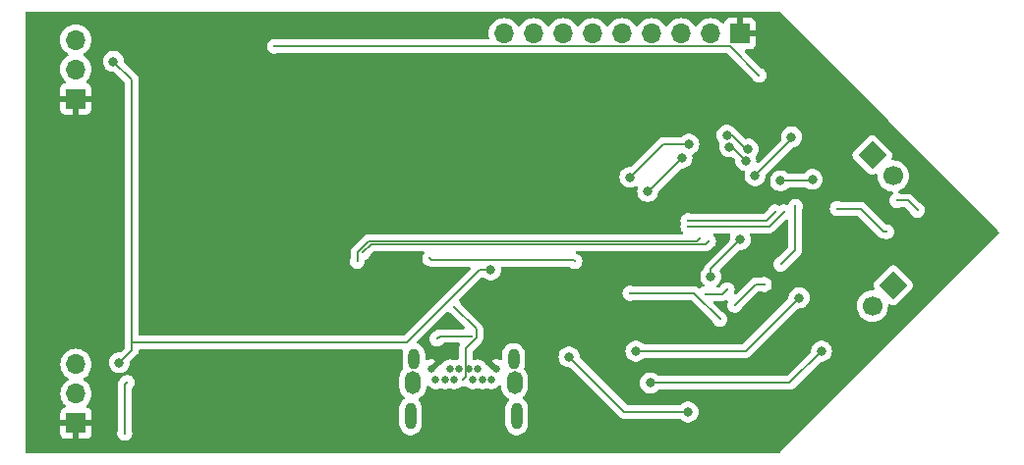
<source format=gbr>
%TF.GenerationSoftware,KiCad,Pcbnew,8.0.1*%
%TF.CreationDate,2024-03-30T16:51:40-04:00*%
%TF.ProjectId,pulp,70756c70-2e6b-4696-9361-645f70636258,rev?*%
%TF.SameCoordinates,Original*%
%TF.FileFunction,Copper,L2,Bot*%
%TF.FilePolarity,Positive*%
%FSLAX46Y46*%
G04 Gerber Fmt 4.6, Leading zero omitted, Abs format (unit mm)*
G04 Created by KiCad (PCBNEW 8.0.1) date 2024-03-30 16:51:40*
%MOMM*%
%LPD*%
G01*
G04 APERTURE LIST*
G04 Aperture macros list*
%AMHorizOval*
0 Thick line with rounded ends*
0 $1 width*
0 $2 $3 position (X,Y) of the first rounded end (center of the circle)*
0 $4 $5 position (X,Y) of the second rounded end (center of the circle)*
0 Add line between two ends*
20,1,$1,$2,$3,$4,$5,0*
0 Add two circle primitives to create the rounded ends*
1,1,$1,$2,$3*
1,1,$1,$4,$5*%
%AMRotRect*
0 Rectangle, with rotation*
0 The origin of the aperture is its center*
0 $1 length*
0 $2 width*
0 $3 Rotation angle, in degrees counterclockwise*
0 Add horizontal line*
21,1,$1,$2,0,0,$3*%
G04 Aperture macros list end*
%TA.AperFunction,ComponentPad*%
%ADD10O,1.700000X1.700000*%
%TD*%
%TA.AperFunction,ComponentPad*%
%ADD11R,1.700000X1.700000*%
%TD*%
%TA.AperFunction,ComponentPad*%
%ADD12HorizOval,1.700000X0.000000X0.000000X0.000000X0.000000X0*%
%TD*%
%TA.AperFunction,ComponentPad*%
%ADD13RotRect,1.700000X1.700000X45.000000*%
%TD*%
%TA.AperFunction,ComponentPad*%
%ADD14O,0.950000X2.280000*%
%TD*%
%TA.AperFunction,ComponentPad*%
%ADD15O,1.330000X1.980000*%
%TD*%
%TA.AperFunction,ComponentPad*%
%ADD16O,0.950000X1.800000*%
%TD*%
%TA.AperFunction,ComponentPad*%
%ADD17C,0.650000*%
%TD*%
%TA.AperFunction,ComponentPad*%
%ADD18RotRect,1.700000X1.700000X315.000000*%
%TD*%
%TA.AperFunction,ComponentPad*%
%ADD19HorizOval,1.700000X0.000000X0.000000X0.000000X0.000000X0*%
%TD*%
%TA.AperFunction,ViaPad*%
%ADD20C,0.300000*%
%TD*%
%TA.AperFunction,ViaPad*%
%ADD21C,0.800000*%
%TD*%
%TA.AperFunction,Conductor*%
%ADD22C,0.180000*%
%TD*%
%TA.AperFunction,Conductor*%
%ADD23C,0.150000*%
%TD*%
G04 APERTURE END LIST*
D10*
%TO.P,J5,3,Pin_3*%
%TO.N,5V*%
X37375000Y-46445000D03*
%TO.P,J5,2,Pin_2*%
%TO.N,PWM_LEFT*%
X37375000Y-48985000D03*
D11*
%TO.P,J5,1,Pin_1*%
%TO.N,GND*%
X37375000Y-51525000D03*
%TD*%
D10*
%TO.P,J6,9,Pin_9*%
%TO.N,/GP5*%
X74285000Y-45905000D03*
%TO.P,J6,8,Pin_8*%
%TO.N,/GP4*%
X76825000Y-45905000D03*
%TO.P,J6,7,Pin_7*%
%TO.N,/GP3*%
X79365000Y-45905000D03*
%TO.P,J6,6,Pin_6*%
%TO.N,/GP2*%
X81905000Y-45905000D03*
%TO.P,J6,5,Pin_5*%
%TO.N,/GP1*%
X84445000Y-45905000D03*
%TO.P,J6,4,Pin_4*%
%TO.N,/GP0*%
X86985000Y-45905000D03*
%TO.P,J6,3,Pin_3*%
%TO.N,3V3*%
X89525000Y-45905000D03*
%TO.P,J6,2,Pin_2*%
%TO.N,5V*%
X92065000Y-45905000D03*
D11*
%TO.P,J6,1,Pin_1*%
%TO.N,GND*%
X94605000Y-45905000D03*
%TD*%
D10*
%TO.P,J4,3,Pin_3*%
%TO.N,5V*%
X37405000Y-74445000D03*
%TO.P,J4,2,Pin_2*%
%TO.N,PWM_RIGHT*%
X37405000Y-76985000D03*
D11*
%TO.P,J4,1,Pin_1*%
%TO.N,GND*%
X37405000Y-79525000D03*
%TD*%
D12*
%TO.P,J3,2,Pin_2*%
%TO.N,I2C_SDA 0*%
X107800898Y-58188082D03*
D13*
%TO.P,J3,1,Pin_1*%
%TO.N,I2C_SCL 0*%
X106004847Y-56392031D03*
%TD*%
D14*
%TO.P,J7,S1,SHIELD*%
%TO.N,unconnected-(J7-SHIELD-PadS1)_5*%
X75375000Y-78910000D03*
D15*
%TO.N,unconnected-(J7-SHIELD-PadS1)_0*%
X75190000Y-76000000D03*
D16*
%TO.N,unconnected-(J7-SHIELD-PadS1)_2*%
X75095000Y-74020000D03*
%TO.N,unconnected-(J7-SHIELD-PadS1)*%
X66505000Y-74020000D03*
D15*
%TO.N,unconnected-(J7-SHIELD-PadS1)_4*%
X66410000Y-76000000D03*
D14*
%TO.N,unconnected-(J7-SHIELD-PadS1)_1*%
X66225000Y-78910000D03*
D17*
%TO.P,J7,B12,GND*%
%TO.N,GND*%
X68000000Y-74850000D03*
%TO.P,J7,B11,RX1+*%
%TO.N,unconnected-(J7-RX1+-PadB11)*%
X68400000Y-75750000D03*
%TO.P,J7,B10,RX1-*%
%TO.N,unconnected-(J7-RX1--PadB10)*%
X69200000Y-75750000D03*
%TO.P,J7,B9,VBUS*%
%TO.N,Net-(D4-A)*%
X69600000Y-74850000D03*
%TO.P,J7,B8,SBU2*%
%TO.N,unconnected-(J7-SBU2-PadB8)*%
X70000000Y-75750000D03*
%TO.P,J7,B7,D-*%
%TO.N,/USB_D-*%
X70400000Y-74850000D03*
%TO.P,J7,B6,D+*%
%TO.N,/USB_D+*%
X71200000Y-74850000D03*
%TO.P,J7,B5,CC2*%
%TO.N,Net-(J7-CC2)*%
X71600000Y-75750000D03*
%TO.P,J7,B4,VBUS*%
%TO.N,Net-(D4-A)*%
X72000000Y-74850000D03*
%TO.P,J7,B3,TX2-*%
%TO.N,unconnected-(J7-TX2--PadB3)*%
X72400000Y-75750000D03*
%TO.P,J7,B2,TX2+*%
%TO.N,unconnected-(J7-TX2+-PadB2)*%
X73200000Y-75750000D03*
%TO.P,J7,B1,GND*%
%TO.N,GND*%
X73600000Y-74850000D03*
%TD*%
D18*
%TO.P,J2,1,Pin_1*%
%TO.N,I2C_SCL 1*%
X107807969Y-67604847D03*
D19*
%TO.P,J2,2,Pin_2*%
%TO.N,I2C_SDA 1*%
X106011918Y-69400898D03*
%TD*%
D20*
%TO.N,PWM_LEFT*%
X41800000Y-76000000D03*
X41600000Y-80400000D03*
D21*
%TO.N,GND*%
X115800000Y-63200000D03*
X104400000Y-66800000D03*
X63800000Y-78600000D03*
X68000000Y-77400000D03*
X45000000Y-52500000D03*
X47500000Y-52500000D03*
X50000000Y-52500000D03*
X52500000Y-55000000D03*
X55000000Y-55000000D03*
X57500000Y-55000000D03*
X60000000Y-55000000D03*
X62500000Y-55000000D03*
X65000000Y-57500000D03*
X65000000Y-60000000D03*
X60000000Y-70000000D03*
X57500000Y-70000000D03*
X55000000Y-70000000D03*
X52500000Y-70000000D03*
X50000000Y-70000000D03*
X47500000Y-70000000D03*
X45000000Y-67500000D03*
X45000000Y-65000000D03*
X81050000Y-70450000D03*
X65300000Y-70950000D03*
D20*
%TO.N,Net-(U2-XIN)*%
X94150000Y-69350000D03*
X96700000Y-67550000D03*
%TO.N,GND*%
X96000000Y-65850000D03*
X97250000Y-65300000D03*
D21*
X97550000Y-68400000D03*
X112600000Y-59600000D03*
X95800000Y-52750000D03*
X103500000Y-53800000D03*
X39800000Y-75600000D03*
X70800000Y-79200000D03*
X90000000Y-65700000D03*
X84950000Y-65650000D03*
X87250000Y-61800000D03*
X92750000Y-74300000D03*
X70600000Y-62000000D03*
X87550000Y-70600000D03*
X75250000Y-69450000D03*
X75300000Y-58850000D03*
X80150000Y-54450000D03*
X98350000Y-49900000D03*
X108700000Y-64550000D03*
X83800000Y-80250000D03*
X97850000Y-78950000D03*
X100900000Y-70850000D03*
X77550000Y-74450000D03*
X66850000Y-66400000D03*
D20*
X96650000Y-46500000D03*
X98350000Y-48200000D03*
%TO.N,PWM_RIGHT*%
X93500000Y-68000000D03*
X91626740Y-68376741D03*
%TO.N,/USB_D+*%
X70000000Y-69500000D03*
X70750000Y-75750000D03*
%TO.N,I2C_SCL 0*%
X103000000Y-61000000D03*
X107250000Y-63000000D03*
%TO.N,Net-(D4-A)*%
X68500000Y-72250000D03*
X71500000Y-72000000D03*
%TO.N,Net-(U2-USB_DM)*%
X90130000Y-62550000D03*
%TO.N,3V3*%
X80380000Y-65550000D03*
X67880000Y-65300000D03*
X92880000Y-70550000D03*
D21*
X100848000Y-58478000D03*
X89607134Y-56637866D03*
X92085000Y-66860000D03*
X94625000Y-63685000D03*
X98100000Y-58605000D03*
D20*
X85130000Y-68300000D03*
D21*
X86647562Y-59532437D03*
%TO.N,5V*%
X90130000Y-78550000D03*
X41130000Y-74300000D03*
X85130000Y-58300000D03*
X90202250Y-55430000D03*
X40630000Y-48300000D03*
X79880000Y-73800000D03*
X73130000Y-66300000D03*
%TO.N,/~{RST}*%
X85630000Y-73300000D03*
X99699988Y-68700000D03*
D20*
%TO.N,/RP2040/1V1*%
X99380000Y-60800000D03*
X98130000Y-65800000D03*
%TO.N,Net-(U2-USB_DM)*%
X98380000Y-61300000D03*
%TO.N,Net-(U2-USB_DP)*%
X90130000Y-62050000D03*
X97630000Y-61300000D03*
%TO.N,I2C_SDA 0*%
X108130000Y-60300000D03*
X109900000Y-61145000D03*
%TO.N,/Q_SS*%
X96250000Y-49500000D03*
X54500000Y-47000000D03*
D21*
%TO.N,Net-(U2-QSPI_SD0)*%
X99046252Y-54812349D03*
X95899500Y-58158258D03*
%TO.N,Net-(U2-QSPI_SD1)*%
X93707995Y-55679867D03*
X95099134Y-56847276D03*
%TO.N,Net-(U2-QSPI_SD2)*%
X93482000Y-54668000D03*
X95301673Y-55868510D03*
%TO.N,/LED_B*%
X86880000Y-76050000D03*
X101630000Y-73300000D03*
D20*
%TO.N,/MAX_8C GNSS/TXD*%
X91130000Y-63550000D03*
X61630000Y-65550000D03*
%TO.N,/MAX_8C GNSS/RXD*%
X91895166Y-63825000D03*
X62130000Y-64800000D03*
%TD*%
D22*
%TO.N,PWM_LEFT*%
X41600000Y-76200000D02*
X41800000Y-76000000D01*
X41600000Y-80400000D02*
X41600000Y-76200000D01*
%TO.N,GND*%
X98350000Y-48200000D02*
X96650000Y-46500000D01*
%TO.N,Net-(U2-XIN)*%
X94150000Y-69350000D02*
X95950000Y-67550000D01*
X95950000Y-67550000D02*
X96700000Y-67550000D01*
%TO.N,GND*%
X96550000Y-65300000D02*
X96000000Y-65850000D01*
X97250000Y-65300000D02*
X96550000Y-65300000D01*
%TO.N,PWM_RIGHT*%
X91626740Y-68376741D02*
X93123259Y-68376741D01*
X93123259Y-68376741D02*
X93500000Y-68000000D01*
%TO.N,/USB_D+*%
X71890000Y-71390000D02*
X70000000Y-69500000D01*
X71890000Y-72161544D02*
X71890000Y-71390000D01*
X70965000Y-75535000D02*
X70965000Y-73086544D01*
X70965000Y-73086544D02*
X71890000Y-72161544D01*
X70750000Y-75750000D02*
X70965000Y-75535000D01*
%TO.N,I2C_SCL 0*%
X107000000Y-63000000D02*
X105000000Y-61000000D01*
X105000000Y-61000000D02*
X103000000Y-61000000D01*
X107250000Y-63000000D02*
X107000000Y-63000000D01*
%TO.N,Net-(D4-A)*%
X68750000Y-72000000D02*
X68500000Y-72250000D01*
X71500000Y-72000000D02*
X68750000Y-72000000D01*
%TO.N,Net-(U2-USB_DM)*%
X90130000Y-62550000D02*
X97130000Y-62550000D01*
%TO.N,3V3*%
X86647562Y-59532437D02*
X86712563Y-59532437D01*
D23*
X67880000Y-65300000D02*
X68005000Y-65425000D01*
D22*
X98100000Y-58605000D02*
X100721000Y-58605000D01*
D23*
X92880000Y-70550000D02*
X90630000Y-68300000D01*
D22*
X94625000Y-63685000D02*
X92085000Y-66225000D01*
X86712563Y-59532437D02*
X89607134Y-56637866D01*
D23*
X68005000Y-65425000D02*
X80255000Y-65425000D01*
D22*
X92085000Y-66225000D02*
X92085000Y-66860000D01*
X100721000Y-58605000D02*
X100848000Y-58478000D01*
D23*
X80255000Y-65425000D02*
X80380000Y-65550000D01*
X90630000Y-68300000D02*
X85130000Y-68300000D01*
D22*
%TO.N,5V*%
X65880000Y-72550000D02*
X42200000Y-72550000D01*
X72130000Y-66300000D02*
X65880000Y-72550000D01*
X84630000Y-78550000D02*
X79880000Y-73800000D01*
D23*
X85130000Y-58300000D02*
X88000000Y-55430000D01*
D22*
X89802800Y-55430000D02*
X90202250Y-55430000D01*
X90130000Y-78550000D02*
X84630000Y-78550000D01*
X40630000Y-48300000D02*
X42200000Y-49870000D01*
X73130000Y-66300000D02*
X72130000Y-66300000D01*
X42200000Y-49870000D02*
X42200000Y-72550000D01*
D23*
X88000000Y-55430000D02*
X90202250Y-55430000D01*
D22*
X42200000Y-73230000D02*
X41130000Y-74300000D01*
X42200000Y-72550000D02*
X42200000Y-73230000D01*
%TO.N,/~{RST}*%
X85630000Y-73300000D02*
X95099988Y-73300000D01*
X95099988Y-73300000D02*
X99699988Y-68700000D01*
%TO.N,/RP2040/1V1*%
X99380000Y-60800000D02*
X99380000Y-64550000D01*
X99380000Y-64550000D02*
X98130000Y-65800000D01*
%TO.N,Net-(U2-USB_DM)*%
X97130000Y-62550000D02*
X98380000Y-61300000D01*
%TO.N,Net-(U2-USB_DP)*%
X96880000Y-62050000D02*
X97630000Y-61300000D01*
X90130000Y-62050000D02*
X96880000Y-62050000D01*
D23*
%TO.N,I2C_SDA 0*%
X108130000Y-60300000D02*
X109055000Y-60300000D01*
X109055000Y-60300000D02*
X109900000Y-61145000D01*
%TO.N,/Q_SS*%
X93750000Y-47000000D02*
X96250000Y-49500000D01*
X54500000Y-47000000D02*
X93750000Y-47000000D01*
D22*
%TO.N,Net-(U2-QSPI_SD0)*%
X99046252Y-55011506D02*
X95899500Y-58158258D01*
X99046252Y-54812349D02*
X99046252Y-55011506D01*
%TO.N,Net-(U2-QSPI_SD1)*%
X93931725Y-55679867D02*
X95099134Y-56847276D01*
X93707995Y-55679867D02*
X93931725Y-55679867D01*
%TO.N,Net-(U2-QSPI_SD2)*%
X93909102Y-54668000D02*
X93482000Y-54668000D01*
X95301673Y-55868510D02*
X95109612Y-55868510D01*
X95109612Y-55868510D02*
X93909102Y-54668000D01*
%TO.N,/LED_B*%
X86880000Y-76050000D02*
X98880000Y-76050000D01*
X98880000Y-76050000D02*
X101630000Y-73300000D01*
D23*
%TO.N,/MAX_8C GNSS/TXD*%
X61630000Y-64769669D02*
X62599669Y-63800000D01*
X61630000Y-65550000D02*
X61630000Y-64769669D01*
X62599669Y-63800000D02*
X90880000Y-63800000D01*
X90880000Y-63800000D02*
X91130000Y-63550000D01*
%TO.N,/MAX_8C GNSS/RXD*%
X62830000Y-64100000D02*
X91620166Y-64100000D01*
X91620166Y-64100000D02*
X91895166Y-63825000D01*
X62130000Y-64800000D02*
X62830000Y-64100000D01*
%TD*%
%TA.AperFunction,Conductor*%
%TO.N,GND*%
G36*
X69463321Y-69904284D02*
G01*
X69502485Y-69931155D01*
X69503903Y-69929556D01*
X69509516Y-69934528D01*
X69509517Y-69934530D01*
X69627760Y-70039283D01*
X69627762Y-70039284D01*
X69771903Y-70114936D01*
X69801958Y-70137051D01*
X70862726Y-71197819D01*
X70896211Y-71259142D01*
X70891227Y-71328834D01*
X70849355Y-71384767D01*
X70783891Y-71409184D01*
X70775045Y-71409500D01*
X68672259Y-71409500D01*
X68559621Y-71439681D01*
X68522075Y-71449742D01*
X68503067Y-71460717D01*
X68503066Y-71460717D01*
X68387422Y-71527483D01*
X68301953Y-71612951D01*
X68271900Y-71635065D01*
X68127761Y-71710716D01*
X68009516Y-71815471D01*
X67919781Y-71945475D01*
X67919780Y-71945476D01*
X67863762Y-72093181D01*
X67844722Y-72249999D01*
X67844722Y-72250000D01*
X67863762Y-72406818D01*
X67919780Y-72554523D01*
X68009517Y-72684530D01*
X68127760Y-72789283D01*
X68127762Y-72789284D01*
X68267634Y-72862696D01*
X68421014Y-72900500D01*
X68421015Y-72900500D01*
X68578985Y-72900500D01*
X68732365Y-72862696D01*
X68740135Y-72858618D01*
X68872240Y-72789283D01*
X68990483Y-72684530D01*
X69018417Y-72644059D01*
X69072699Y-72600070D01*
X69120467Y-72590500D01*
X70354766Y-72590500D01*
X70421805Y-72610185D01*
X70467560Y-72662989D01*
X70477504Y-72732147D01*
X70462153Y-72776500D01*
X70414741Y-72858618D01*
X70414742Y-72858618D01*
X70414742Y-72858619D01*
X70414742Y-72858620D01*
X70374500Y-73008803D01*
X70374500Y-73008805D01*
X70374500Y-73911065D01*
X70354815Y-73978104D01*
X70302011Y-74023859D01*
X70276281Y-74032355D01*
X70143501Y-74060577D01*
X70143500Y-74060577D01*
X70050435Y-74102013D01*
X69981185Y-74111297D01*
X69949565Y-74102013D01*
X69856498Y-74060577D01*
X69722841Y-74032168D01*
X69686764Y-74024500D01*
X69513236Y-74024500D01*
X69483483Y-74030824D01*
X69343501Y-74060577D01*
X69343496Y-74060579D01*
X69184977Y-74131157D01*
X69184972Y-74131160D01*
X69044591Y-74233153D01*
X69044589Y-74233155D01*
X68928477Y-74362112D01*
X68898121Y-74414688D01*
X68847553Y-74462903D01*
X68778946Y-74476124D01*
X68774552Y-74475625D01*
X68733350Y-74470201D01*
X68295797Y-74907754D01*
X68234474Y-74941239D01*
X68233898Y-74941363D01*
X68173299Y-74954243D01*
X68200000Y-74889782D01*
X68200000Y-74810218D01*
X68169552Y-74736709D01*
X68113291Y-74680448D01*
X68039782Y-74650000D01*
X67960218Y-74650000D01*
X67886709Y-74680448D01*
X67830448Y-74736709D01*
X67800000Y-74810218D01*
X67800000Y-74889782D01*
X67830448Y-74963291D01*
X67886709Y-75019552D01*
X67949859Y-75045709D01*
X67913696Y-75058611D01*
X67845643Y-75042783D01*
X67818941Y-75022494D01*
X67734128Y-74937681D01*
X67700643Y-74876358D01*
X67705627Y-74806666D01*
X67734128Y-74762319D01*
X68380231Y-74116215D01*
X68256340Y-74061056D01*
X68086711Y-74025000D01*
X67913289Y-74025000D01*
X67743657Y-74061056D01*
X67743656Y-74061056D01*
X67654935Y-74100558D01*
X67585685Y-74109842D01*
X67522408Y-74080213D01*
X67485196Y-74021078D01*
X67480500Y-73987278D01*
X67480500Y-73498919D01*
X67480499Y-73498917D01*
X67457342Y-73382499D01*
X67443012Y-73310457D01*
X67385288Y-73171098D01*
X67369479Y-73132931D01*
X67369478Y-73132929D01*
X67365591Y-73127112D01*
X67262720Y-72973155D01*
X67262717Y-72973151D01*
X67126848Y-72837282D01*
X67126844Y-72837279D01*
X66967070Y-72730521D01*
X66832698Y-72674863D01*
X66778295Y-72631022D01*
X66756230Y-72564728D01*
X66773509Y-72497029D01*
X66792466Y-72472625D01*
X69332308Y-69932783D01*
X69393629Y-69899300D01*
X69463321Y-69904284D01*
G37*
%TD.AperFunction*%
%TA.AperFunction,Conductor*%
G36*
X98015581Y-44019685D02*
G01*
X98036338Y-44036434D01*
X116912663Y-62962434D01*
X116946068Y-63023801D01*
X116940992Y-63093486D01*
X116912663Y-63137566D01*
X98036338Y-82063566D01*
X97975059Y-82097131D01*
X97948542Y-82100000D01*
X33154000Y-82100000D01*
X33086961Y-82080315D01*
X33041206Y-82027511D01*
X33030000Y-81976000D01*
X33030000Y-76985000D01*
X36049341Y-76985000D01*
X36069936Y-77220403D01*
X36069938Y-77220413D01*
X36131094Y-77448655D01*
X36131096Y-77448659D01*
X36131097Y-77448663D01*
X36212462Y-77623151D01*
X36230965Y-77662830D01*
X36230967Y-77662834D01*
X36303101Y-77765851D01*
X36366501Y-77856396D01*
X36366506Y-77856402D01*
X36488818Y-77978714D01*
X36522303Y-78040037D01*
X36517319Y-78109729D01*
X36475447Y-78165662D01*
X36444471Y-78182577D01*
X36312912Y-78231646D01*
X36312906Y-78231649D01*
X36197812Y-78317809D01*
X36197809Y-78317812D01*
X36111649Y-78432906D01*
X36111645Y-78432913D01*
X36061403Y-78567620D01*
X36061401Y-78567627D01*
X36055000Y-78627155D01*
X36055000Y-79275000D01*
X36971988Y-79275000D01*
X36939075Y-79332007D01*
X36905000Y-79459174D01*
X36905000Y-79590826D01*
X36939075Y-79717993D01*
X36971988Y-79775000D01*
X36055000Y-79775000D01*
X36055000Y-80422844D01*
X36061401Y-80482372D01*
X36061403Y-80482379D01*
X36111645Y-80617086D01*
X36111649Y-80617093D01*
X36197809Y-80732187D01*
X36197812Y-80732190D01*
X36312906Y-80818350D01*
X36312913Y-80818354D01*
X36447620Y-80868596D01*
X36447627Y-80868598D01*
X36507155Y-80874999D01*
X36507172Y-80875000D01*
X37155000Y-80875000D01*
X37155000Y-79958012D01*
X37212007Y-79990925D01*
X37339174Y-80025000D01*
X37470826Y-80025000D01*
X37597993Y-79990925D01*
X37655000Y-79958012D01*
X37655000Y-80875000D01*
X38302828Y-80875000D01*
X38302844Y-80874999D01*
X38362372Y-80868598D01*
X38362379Y-80868596D01*
X38497086Y-80818354D01*
X38497093Y-80818350D01*
X38612187Y-80732190D01*
X38612190Y-80732187D01*
X38698350Y-80617093D01*
X38698354Y-80617086D01*
X38748596Y-80482379D01*
X38748598Y-80482372D01*
X38754999Y-80422844D01*
X38755000Y-80422827D01*
X38755000Y-80400000D01*
X40944722Y-80400000D01*
X40963762Y-80556818D01*
X40986622Y-80617093D01*
X41019780Y-80704523D01*
X41109517Y-80834530D01*
X41227760Y-80939283D01*
X41227762Y-80939284D01*
X41367634Y-81012696D01*
X41521014Y-81050500D01*
X41521015Y-81050500D01*
X41678985Y-81050500D01*
X41832365Y-81012696D01*
X41972240Y-80939283D01*
X42090483Y-80834530D01*
X42180220Y-80704523D01*
X42236237Y-80556818D01*
X42255278Y-80400000D01*
X42236237Y-80243182D01*
X42198558Y-80143830D01*
X42190500Y-80099859D01*
X42190500Y-76578914D01*
X42210185Y-76511875D01*
X42232274Y-76486098D01*
X42290482Y-76434531D01*
X42290483Y-76434530D01*
X42380220Y-76304523D01*
X42436237Y-76156818D01*
X42455278Y-76000000D01*
X42451888Y-75972076D01*
X42436237Y-75843181D01*
X42387624Y-75715000D01*
X42380220Y-75695477D01*
X42290483Y-75565470D01*
X42172240Y-75460717D01*
X42172238Y-75460716D01*
X42172237Y-75460715D01*
X42032365Y-75387303D01*
X41878986Y-75349500D01*
X41878985Y-75349500D01*
X41721015Y-75349500D01*
X41721014Y-75349500D01*
X41567634Y-75387303D01*
X41427762Y-75460715D01*
X41309516Y-75565471D01*
X41219779Y-75695477D01*
X41198883Y-75750574D01*
X41170625Y-75794279D01*
X41127482Y-75837422D01*
X41049741Y-75972074D01*
X41049742Y-75972074D01*
X41049742Y-75972075D01*
X41049742Y-75972076D01*
X41009500Y-76122259D01*
X41009500Y-76122261D01*
X41009500Y-80099859D01*
X41001442Y-80143830D01*
X40963763Y-80243181D01*
X40944722Y-80399999D01*
X40944722Y-80400000D01*
X38755000Y-80400000D01*
X38755000Y-79775000D01*
X37838012Y-79775000D01*
X37870925Y-79717993D01*
X37905000Y-79590826D01*
X37905000Y-79459174D01*
X37870925Y-79332007D01*
X37838012Y-79275000D01*
X38755000Y-79275000D01*
X38755000Y-78627172D01*
X38754999Y-78627155D01*
X38748598Y-78567627D01*
X38748596Y-78567620D01*
X38698354Y-78432913D01*
X38698350Y-78432906D01*
X38612190Y-78317812D01*
X38612187Y-78317809D01*
X38497093Y-78231649D01*
X38497088Y-78231646D01*
X38365528Y-78182577D01*
X38309595Y-78140705D01*
X38285178Y-78075241D01*
X38300030Y-78006968D01*
X38321175Y-77978720D01*
X38443495Y-77856401D01*
X38579035Y-77662830D01*
X38678903Y-77448663D01*
X38740063Y-77220408D01*
X38760659Y-76985000D01*
X38740063Y-76749592D01*
X38679220Y-76522520D01*
X38678905Y-76521344D01*
X38678904Y-76521343D01*
X38678903Y-76521337D01*
X38579035Y-76307171D01*
X38572129Y-76297307D01*
X38443494Y-76113597D01*
X38276402Y-75946506D01*
X38276396Y-75946501D01*
X38090842Y-75816575D01*
X38047217Y-75761998D01*
X38040023Y-75692500D01*
X38071546Y-75630145D01*
X38090842Y-75613425D01*
X38133912Y-75583267D01*
X38276401Y-75483495D01*
X38443495Y-75316401D01*
X38579035Y-75122830D01*
X38678903Y-74908663D01*
X38740063Y-74680408D01*
X38760659Y-74445000D01*
X38740063Y-74209592D01*
X38678903Y-73981337D01*
X38579035Y-73767171D01*
X38480965Y-73627111D01*
X38443494Y-73573597D01*
X38276402Y-73406506D01*
X38276395Y-73406501D01*
X38082834Y-73270967D01*
X38082830Y-73270965D01*
X37958500Y-73212989D01*
X37868663Y-73171097D01*
X37868659Y-73171096D01*
X37868655Y-73171094D01*
X37640413Y-73109938D01*
X37640403Y-73109936D01*
X37405001Y-73089341D01*
X37404999Y-73089341D01*
X37169596Y-73109936D01*
X37169586Y-73109938D01*
X36941344Y-73171094D01*
X36941335Y-73171098D01*
X36727171Y-73270964D01*
X36727169Y-73270965D01*
X36533597Y-73406505D01*
X36366505Y-73573597D01*
X36230965Y-73767169D01*
X36230964Y-73767171D01*
X36131098Y-73981335D01*
X36131094Y-73981344D01*
X36069938Y-74209586D01*
X36069936Y-74209596D01*
X36049341Y-74444999D01*
X36049341Y-74445000D01*
X36069936Y-74680403D01*
X36069938Y-74680413D01*
X36131094Y-74908655D01*
X36131096Y-74908659D01*
X36131097Y-74908663D01*
X36197004Y-75050000D01*
X36230965Y-75122830D01*
X36230967Y-75122834D01*
X36366501Y-75316395D01*
X36366506Y-75316402D01*
X36533597Y-75483493D01*
X36533603Y-75483498D01*
X36719158Y-75613425D01*
X36762783Y-75668002D01*
X36769977Y-75737500D01*
X36738454Y-75799855D01*
X36719158Y-75816575D01*
X36533597Y-75946505D01*
X36366505Y-76113597D01*
X36230965Y-76307169D01*
X36230964Y-76307171D01*
X36131098Y-76521335D01*
X36131094Y-76521344D01*
X36069938Y-76749586D01*
X36069936Y-76749596D01*
X36049341Y-76984999D01*
X36049341Y-76985000D01*
X33030000Y-76985000D01*
X33030000Y-48985000D01*
X36019341Y-48985000D01*
X36039936Y-49220403D01*
X36039938Y-49220413D01*
X36101094Y-49448655D01*
X36101096Y-49448659D01*
X36101097Y-49448663D01*
X36191286Y-49642074D01*
X36200965Y-49662830D01*
X36200967Y-49662834D01*
X36237671Y-49715252D01*
X36336501Y-49856396D01*
X36336506Y-49856402D01*
X36458818Y-49978714D01*
X36492303Y-50040037D01*
X36487319Y-50109729D01*
X36445447Y-50165662D01*
X36414471Y-50182577D01*
X36282912Y-50231646D01*
X36282906Y-50231649D01*
X36167812Y-50317809D01*
X36167809Y-50317812D01*
X36081649Y-50432906D01*
X36081645Y-50432913D01*
X36031403Y-50567620D01*
X36031401Y-50567627D01*
X36025000Y-50627155D01*
X36025000Y-51275000D01*
X36941988Y-51275000D01*
X36909075Y-51332007D01*
X36875000Y-51459174D01*
X36875000Y-51590826D01*
X36909075Y-51717993D01*
X36941988Y-51775000D01*
X36025000Y-51775000D01*
X36025000Y-52422844D01*
X36031401Y-52482372D01*
X36031403Y-52482379D01*
X36081645Y-52617086D01*
X36081649Y-52617093D01*
X36167809Y-52732187D01*
X36167812Y-52732190D01*
X36282906Y-52818350D01*
X36282913Y-52818354D01*
X36417620Y-52868596D01*
X36417627Y-52868598D01*
X36477155Y-52874999D01*
X36477172Y-52875000D01*
X37125000Y-52875000D01*
X37125000Y-51958012D01*
X37182007Y-51990925D01*
X37309174Y-52025000D01*
X37440826Y-52025000D01*
X37567993Y-51990925D01*
X37625000Y-51958012D01*
X37625000Y-52875000D01*
X38272828Y-52875000D01*
X38272844Y-52874999D01*
X38332372Y-52868598D01*
X38332379Y-52868596D01*
X38467086Y-52818354D01*
X38467093Y-52818350D01*
X38582187Y-52732190D01*
X38582190Y-52732187D01*
X38668350Y-52617093D01*
X38668354Y-52617086D01*
X38718596Y-52482379D01*
X38718598Y-52482372D01*
X38724999Y-52422844D01*
X38725000Y-52422827D01*
X38725000Y-51775000D01*
X37808012Y-51775000D01*
X37840925Y-51717993D01*
X37875000Y-51590826D01*
X37875000Y-51459174D01*
X37840925Y-51332007D01*
X37808012Y-51275000D01*
X38725000Y-51275000D01*
X38725000Y-50627172D01*
X38724999Y-50627155D01*
X38718598Y-50567627D01*
X38718596Y-50567620D01*
X38668354Y-50432913D01*
X38668350Y-50432906D01*
X38582190Y-50317812D01*
X38582187Y-50317809D01*
X38467093Y-50231649D01*
X38467088Y-50231646D01*
X38335528Y-50182577D01*
X38279595Y-50140705D01*
X38255178Y-50075241D01*
X38270030Y-50006968D01*
X38291175Y-49978720D01*
X38413495Y-49856401D01*
X38549035Y-49662830D01*
X38648903Y-49448663D01*
X38710063Y-49220408D01*
X38730659Y-48985000D01*
X38728534Y-48960717D01*
X38722112Y-48887305D01*
X38710063Y-48749592D01*
X38648903Y-48521337D01*
X38549035Y-48307171D01*
X38547407Y-48304845D01*
X38544015Y-48300000D01*
X39724540Y-48300000D01*
X39744326Y-48488256D01*
X39744327Y-48488259D01*
X39802818Y-48668277D01*
X39802821Y-48668284D01*
X39897467Y-48832216D01*
X39945333Y-48885376D01*
X40024129Y-48972888D01*
X40177265Y-49084148D01*
X40177270Y-49084151D01*
X40350192Y-49161142D01*
X40350197Y-49161144D01*
X40535354Y-49200500D01*
X40644045Y-49200500D01*
X40711084Y-49220185D01*
X40731726Y-49236819D01*
X41573181Y-50078274D01*
X41606666Y-50139597D01*
X41609500Y-50165955D01*
X41609500Y-72934045D01*
X41589815Y-73001084D01*
X41573181Y-73021726D01*
X41231726Y-73363181D01*
X41170403Y-73396666D01*
X41144045Y-73399500D01*
X41035354Y-73399500D01*
X41007154Y-73405494D01*
X40850197Y-73438855D01*
X40850192Y-73438857D01*
X40677270Y-73515848D01*
X40677265Y-73515851D01*
X40524129Y-73627111D01*
X40397466Y-73767785D01*
X40302821Y-73931715D01*
X40302818Y-73931722D01*
X40246629Y-74104656D01*
X40244326Y-74111744D01*
X40224540Y-74300000D01*
X40244326Y-74488256D01*
X40244327Y-74488259D01*
X40302818Y-74668277D01*
X40302821Y-74668284D01*
X40397467Y-74832216D01*
X40495632Y-74941239D01*
X40524129Y-74972888D01*
X40677265Y-75084148D01*
X40677270Y-75084151D01*
X40850192Y-75161142D01*
X40850197Y-75161144D01*
X41035354Y-75200500D01*
X41035355Y-75200500D01*
X41224644Y-75200500D01*
X41224646Y-75200500D01*
X41409803Y-75161144D01*
X41582730Y-75084151D01*
X41735871Y-74972888D01*
X41862533Y-74832216D01*
X41957179Y-74668284D01*
X42015674Y-74488256D01*
X42035460Y-74300000D01*
X42034950Y-74295148D01*
X42047516Y-74226419D01*
X42070586Y-74194505D01*
X42672518Y-73592575D01*
X42750258Y-73457924D01*
X42750995Y-73455171D01*
X42755752Y-73437423D01*
X42772857Y-73373584D01*
X42790500Y-73307741D01*
X42790500Y-73264500D01*
X42810185Y-73197461D01*
X42862989Y-73151706D01*
X42914500Y-73140500D01*
X65451808Y-73140500D01*
X65518847Y-73160185D01*
X65564602Y-73212989D01*
X65574546Y-73282147D01*
X65568406Y-73304528D01*
X65568755Y-73304634D01*
X65566985Y-73310464D01*
X65529500Y-73498917D01*
X65529500Y-74541082D01*
X65566985Y-74729535D01*
X65566988Y-74729543D01*
X65576346Y-74752136D01*
X65583813Y-74821605D01*
X65552537Y-74884084D01*
X65549467Y-74887266D01*
X65521002Y-74915731D01*
X65413177Y-75064141D01*
X65329890Y-75227600D01*
X65273197Y-75402081D01*
X65244500Y-75583267D01*
X65244500Y-76416732D01*
X65270187Y-76578914D01*
X65273198Y-76597922D01*
X65329889Y-76772397D01*
X65400584Y-76911144D01*
X65413177Y-76935858D01*
X65521000Y-77084265D01*
X65521004Y-77084270D01*
X65650733Y-77213999D01*
X65679942Y-77235220D01*
X65722608Y-77290549D01*
X65728587Y-77360163D01*
X65695982Y-77421958D01*
X65675949Y-77438640D01*
X65603151Y-77487282D01*
X65467282Y-77623151D01*
X65467279Y-77623155D01*
X65360521Y-77782929D01*
X65360520Y-77782931D01*
X65286989Y-77960452D01*
X65286986Y-77960464D01*
X65249500Y-78148917D01*
X65249500Y-79671082D01*
X65286986Y-79859535D01*
X65286989Y-79859547D01*
X65360520Y-80037068D01*
X65360521Y-80037070D01*
X65467279Y-80196844D01*
X65467282Y-80196848D01*
X65603151Y-80332717D01*
X65603155Y-80332720D01*
X65762927Y-80439477D01*
X65762928Y-80439477D01*
X65762929Y-80439478D01*
X65762931Y-80439479D01*
X65866485Y-80482372D01*
X65940457Y-80513012D01*
X66128917Y-80550499D01*
X66128920Y-80550500D01*
X66128922Y-80550500D01*
X66321080Y-80550500D01*
X66321081Y-80550499D01*
X66509543Y-80513012D01*
X66687073Y-80439477D01*
X66846845Y-80332720D01*
X66982720Y-80196845D01*
X67089477Y-80037073D01*
X67163012Y-79859543D01*
X67200500Y-79671078D01*
X67200500Y-78148922D01*
X67200500Y-78148919D01*
X67200499Y-78148917D01*
X67174415Y-78017784D01*
X67163012Y-77960457D01*
X67128489Y-77877111D01*
X67089479Y-77782931D01*
X67089478Y-77782929D01*
X67078065Y-77765849D01*
X66982720Y-77623155D01*
X66982717Y-77623151D01*
X66916656Y-77557090D01*
X66883171Y-77495767D01*
X66888155Y-77426075D01*
X66930027Y-77370142D01*
X66948038Y-77358927D01*
X67020855Y-77321825D01*
X67169272Y-77213994D01*
X67298994Y-77084272D01*
X67406825Y-76935855D01*
X67490111Y-76772397D01*
X67546802Y-76597922D01*
X67562630Y-76497987D01*
X67575500Y-76416732D01*
X67575500Y-76391020D01*
X67595185Y-76323981D01*
X67647989Y-76278226D01*
X67717147Y-76268282D01*
X67780703Y-76297307D01*
X67791643Y-76308041D01*
X67844590Y-76366845D01*
X67984970Y-76468838D01*
X67984976Y-76468842D01*
X68143495Y-76539420D01*
X68143501Y-76539422D01*
X68313236Y-76575500D01*
X68313237Y-76575500D01*
X68486762Y-76575500D01*
X68486764Y-76575500D01*
X68656499Y-76539422D01*
X68697103Y-76521344D01*
X68749564Y-76497987D01*
X68818814Y-76488702D01*
X68850436Y-76497987D01*
X68943496Y-76539420D01*
X68943501Y-76539422D01*
X69113236Y-76575500D01*
X69113237Y-76575500D01*
X69286762Y-76575500D01*
X69286764Y-76575500D01*
X69456499Y-76539422D01*
X69497103Y-76521344D01*
X69549564Y-76497987D01*
X69618814Y-76488702D01*
X69650436Y-76497987D01*
X69743496Y-76539420D01*
X69743501Y-76539422D01*
X69913236Y-76575500D01*
X69913237Y-76575500D01*
X70086762Y-76575500D01*
X70086764Y-76575500D01*
X70256499Y-76539422D01*
X70256501Y-76539420D01*
X70256504Y-76539420D01*
X70294470Y-76522516D01*
X70415024Y-76468842D01*
X70474404Y-76425699D01*
X70503489Y-76404568D01*
X70569295Y-76381087D01*
X70606049Y-76384488D01*
X70671014Y-76400500D01*
X70671015Y-76400500D01*
X70828985Y-76400500D01*
X70968618Y-76366084D01*
X71038421Y-76369153D01*
X71071179Y-76386163D01*
X71184976Y-76468842D01*
X71343495Y-76539420D01*
X71343501Y-76539422D01*
X71513236Y-76575500D01*
X71513237Y-76575500D01*
X71686762Y-76575500D01*
X71686764Y-76575500D01*
X71856499Y-76539422D01*
X71897103Y-76521344D01*
X71949564Y-76497987D01*
X72018814Y-76488702D01*
X72050436Y-76497987D01*
X72143496Y-76539420D01*
X72143501Y-76539422D01*
X72313236Y-76575500D01*
X72313237Y-76575500D01*
X72486762Y-76575500D01*
X72486764Y-76575500D01*
X72656499Y-76539422D01*
X72697103Y-76521344D01*
X72749564Y-76497987D01*
X72818814Y-76488702D01*
X72850436Y-76497987D01*
X72943496Y-76539420D01*
X72943501Y-76539422D01*
X73113236Y-76575500D01*
X73113237Y-76575500D01*
X73286762Y-76575500D01*
X73286764Y-76575500D01*
X73456499Y-76539422D01*
X73456501Y-76539420D01*
X73456504Y-76539420D01*
X73549563Y-76497987D01*
X73615024Y-76468842D01*
X73755410Y-76366845D01*
X73808351Y-76308047D01*
X73867836Y-76271400D01*
X73937693Y-76272729D01*
X73995741Y-76311615D01*
X74023551Y-76375712D01*
X74024500Y-76391020D01*
X74024500Y-76416732D01*
X74050187Y-76578914D01*
X74053198Y-76597922D01*
X74109889Y-76772397D01*
X74180584Y-76911144D01*
X74193177Y-76935858D01*
X74301000Y-77084265D01*
X74301004Y-77084270D01*
X74430729Y-77213995D01*
X74430734Y-77213999D01*
X74579143Y-77321824D01*
X74651956Y-77358924D01*
X74702753Y-77406898D01*
X74719548Y-77474719D01*
X74697011Y-77540854D01*
X74683344Y-77557090D01*
X74617279Y-77623155D01*
X74510521Y-77782929D01*
X74510520Y-77782931D01*
X74436989Y-77960452D01*
X74436986Y-77960464D01*
X74399500Y-78148917D01*
X74399500Y-79671082D01*
X74436986Y-79859535D01*
X74436989Y-79859547D01*
X74510520Y-80037068D01*
X74510521Y-80037070D01*
X74617279Y-80196844D01*
X74617282Y-80196848D01*
X74753151Y-80332717D01*
X74753155Y-80332720D01*
X74912927Y-80439477D01*
X74912928Y-80439477D01*
X74912929Y-80439478D01*
X74912931Y-80439479D01*
X75016485Y-80482372D01*
X75090457Y-80513012D01*
X75278917Y-80550499D01*
X75278920Y-80550500D01*
X75278922Y-80550500D01*
X75471080Y-80550500D01*
X75471081Y-80550499D01*
X75659543Y-80513012D01*
X75837073Y-80439477D01*
X75996845Y-80332720D01*
X76132720Y-80196845D01*
X76239477Y-80037073D01*
X76313012Y-79859543D01*
X76350500Y-79671078D01*
X76350500Y-78148922D01*
X76350500Y-78148919D01*
X76350499Y-78148917D01*
X76324415Y-78017784D01*
X76313012Y-77960457D01*
X76278489Y-77877111D01*
X76239479Y-77782931D01*
X76239478Y-77782929D01*
X76228065Y-77765849D01*
X76132720Y-77623155D01*
X76132717Y-77623151D01*
X75996848Y-77487282D01*
X75996844Y-77487279D01*
X75924051Y-77438640D01*
X75879246Y-77385028D01*
X75870539Y-77315703D01*
X75900694Y-77252675D01*
X75920056Y-77235220D01*
X75949272Y-77213994D01*
X76078994Y-77084272D01*
X76186825Y-76935855D01*
X76270111Y-76772397D01*
X76326802Y-76597922D01*
X76342630Y-76497987D01*
X76355500Y-76416732D01*
X76355500Y-75583267D01*
X76330144Y-75423181D01*
X76326802Y-75402078D01*
X76270111Y-75227603D01*
X76186825Y-75064145D01*
X76120523Y-74972888D01*
X76078999Y-74915734D01*
X76078995Y-74915729D01*
X76050534Y-74887268D01*
X76017049Y-74825945D01*
X76022033Y-74756253D01*
X76023639Y-74752169D01*
X76033012Y-74729543D01*
X76070500Y-74541078D01*
X76070500Y-73800000D01*
X78974540Y-73800000D01*
X78994326Y-73988256D01*
X78994327Y-73988259D01*
X79052818Y-74168277D01*
X79052821Y-74168284D01*
X79147467Y-74332216D01*
X79265138Y-74462903D01*
X79274129Y-74472888D01*
X79427265Y-74584148D01*
X79427270Y-74584151D01*
X79600192Y-74661142D01*
X79600197Y-74661144D01*
X79785354Y-74700500D01*
X79894045Y-74700500D01*
X79961084Y-74720185D01*
X79981726Y-74736819D01*
X84267424Y-79022517D01*
X84267425Y-79022518D01*
X84267427Y-79022519D01*
X84306294Y-79044958D01*
X84330745Y-79059075D01*
X84345162Y-79067398D01*
X84345164Y-79067400D01*
X84345165Y-79067400D01*
X84402076Y-79100258D01*
X84552259Y-79140500D01*
X89394738Y-79140500D01*
X89461777Y-79160185D01*
X89486884Y-79181523D01*
X89524129Y-79222888D01*
X89524133Y-79222892D01*
X89524135Y-79222893D01*
X89677265Y-79334148D01*
X89677270Y-79334151D01*
X89850192Y-79411142D01*
X89850197Y-79411144D01*
X90035354Y-79450500D01*
X90035355Y-79450500D01*
X90224644Y-79450500D01*
X90224646Y-79450500D01*
X90409803Y-79411144D01*
X90582730Y-79334151D01*
X90735871Y-79222888D01*
X90862533Y-79082216D01*
X90957179Y-78918284D01*
X91015674Y-78738256D01*
X91035460Y-78550000D01*
X91015674Y-78361744D01*
X90957179Y-78181716D01*
X90862533Y-78017784D01*
X90735871Y-77877112D01*
X90735863Y-77877106D01*
X90582734Y-77765851D01*
X90582729Y-77765848D01*
X90409807Y-77688857D01*
X90409802Y-77688855D01*
X90264001Y-77657865D01*
X90224646Y-77649500D01*
X90035354Y-77649500D01*
X90002897Y-77656398D01*
X89850197Y-77688855D01*
X89850192Y-77688857D01*
X89677270Y-77765848D01*
X89677265Y-77765851D01*
X89524135Y-77877106D01*
X89524133Y-77877107D01*
X89510489Y-77892259D01*
X89486886Y-77918474D01*
X89427401Y-77955121D01*
X89394738Y-77959500D01*
X84925955Y-77959500D01*
X84858916Y-77939815D01*
X84838274Y-77923181D01*
X82965093Y-76050000D01*
X85974540Y-76050000D01*
X85994326Y-76238256D01*
X85994327Y-76238259D01*
X86052818Y-76418277D01*
X86052821Y-76418284D01*
X86147467Y-76582216D01*
X86274129Y-76722888D01*
X86427265Y-76834148D01*
X86427270Y-76834151D01*
X86600192Y-76911142D01*
X86600197Y-76911144D01*
X86785354Y-76950500D01*
X86785355Y-76950500D01*
X86974644Y-76950500D01*
X86974646Y-76950500D01*
X87159803Y-76911144D01*
X87332730Y-76834151D01*
X87485864Y-76722892D01*
X87485866Y-76722892D01*
X87485866Y-76722890D01*
X87485871Y-76722888D01*
X87523113Y-76681525D01*
X87582599Y-76644879D01*
X87615262Y-76640500D01*
X98957739Y-76640500D01*
X98957741Y-76640500D01*
X99084159Y-76606626D01*
X99107925Y-76600258D01*
X99242575Y-76522518D01*
X101528275Y-74236819D01*
X101589598Y-74203334D01*
X101615956Y-74200500D01*
X101724644Y-74200500D01*
X101724646Y-74200500D01*
X101909803Y-74161144D01*
X102082730Y-74084151D01*
X102235871Y-73972888D01*
X102362533Y-73832216D01*
X102457179Y-73668284D01*
X102515674Y-73488256D01*
X102535460Y-73300000D01*
X102515674Y-73111744D01*
X102457179Y-72931716D01*
X102362533Y-72767784D01*
X102235871Y-72627112D01*
X102185479Y-72590500D01*
X102082734Y-72515851D01*
X102082729Y-72515848D01*
X101909807Y-72438857D01*
X101909802Y-72438855D01*
X101759075Y-72406818D01*
X101724646Y-72399500D01*
X101535354Y-72399500D01*
X101502897Y-72406398D01*
X101350197Y-72438855D01*
X101350192Y-72438857D01*
X101177270Y-72515848D01*
X101177265Y-72515851D01*
X101024129Y-72627111D01*
X100897466Y-72767785D01*
X100802821Y-72931715D01*
X100802818Y-72931722D01*
X100751605Y-73089341D01*
X100744326Y-73111744D01*
X100725085Y-73294818D01*
X100724540Y-73300001D01*
X100725050Y-73304854D01*
X100712479Y-73373584D01*
X100689410Y-73405494D01*
X98671726Y-75423181D01*
X98610403Y-75456666D01*
X98584045Y-75459500D01*
X87615262Y-75459500D01*
X87548223Y-75439815D01*
X87523115Y-75418476D01*
X87485871Y-75377112D01*
X87485869Y-75377110D01*
X87485866Y-75377107D01*
X87485864Y-75377106D01*
X87332734Y-75265851D01*
X87332729Y-75265848D01*
X87159807Y-75188857D01*
X87159802Y-75188855D01*
X87014001Y-75157865D01*
X86974646Y-75149500D01*
X86785354Y-75149500D01*
X86752897Y-75156398D01*
X86600197Y-75188855D01*
X86600192Y-75188857D01*
X86427270Y-75265848D01*
X86427265Y-75265851D01*
X86274129Y-75377111D01*
X86147466Y-75517785D01*
X86052821Y-75681715D01*
X86052818Y-75681722D01*
X86000357Y-75843182D01*
X85994326Y-75861744D01*
X85974540Y-76050000D01*
X82965093Y-76050000D01*
X80820589Y-73905496D01*
X80787104Y-73844173D01*
X80784950Y-73804849D01*
X80785460Y-73800000D01*
X80765674Y-73611744D01*
X80707179Y-73431716D01*
X80631133Y-73300000D01*
X84724540Y-73300000D01*
X84744326Y-73488256D01*
X84744327Y-73488259D01*
X84802818Y-73668277D01*
X84802821Y-73668284D01*
X84897467Y-73832216D01*
X84987063Y-73931722D01*
X85024129Y-73972888D01*
X85177265Y-74084148D01*
X85177270Y-74084151D01*
X85350192Y-74161142D01*
X85350197Y-74161144D01*
X85535354Y-74200500D01*
X85535355Y-74200500D01*
X85724644Y-74200500D01*
X85724646Y-74200500D01*
X85909803Y-74161144D01*
X86082730Y-74084151D01*
X86235864Y-73972892D01*
X86235866Y-73972892D01*
X86235866Y-73972890D01*
X86235871Y-73972888D01*
X86273113Y-73931525D01*
X86332599Y-73894879D01*
X86365262Y-73890500D01*
X95177727Y-73890500D01*
X95177729Y-73890500D01*
X95296175Y-73858762D01*
X95327913Y-73850258D01*
X95462563Y-73772518D01*
X99598262Y-69636819D01*
X99659585Y-69603334D01*
X99685943Y-69600500D01*
X99794632Y-69600500D01*
X99794634Y-69600500D01*
X99979791Y-69561144D01*
X100152718Y-69484151D01*
X100267306Y-69400898D01*
X104656259Y-69400898D01*
X104676854Y-69636301D01*
X104676856Y-69636311D01*
X104738012Y-69864553D01*
X104738014Y-69864557D01*
X104738015Y-69864561D01*
X104819490Y-70039284D01*
X104837883Y-70078728D01*
X104837885Y-70078732D01*
X104863950Y-70115956D01*
X104973423Y-70272299D01*
X105140517Y-70439393D01*
X105237302Y-70507163D01*
X105334083Y-70574930D01*
X105334085Y-70574931D01*
X105334088Y-70574933D01*
X105548255Y-70674801D01*
X105776510Y-70735961D01*
X105964836Y-70752437D01*
X106011917Y-70756557D01*
X106011918Y-70756557D01*
X106011919Y-70756557D01*
X106051152Y-70753124D01*
X106247326Y-70735961D01*
X106475581Y-70674801D01*
X106689748Y-70574933D01*
X106883319Y-70439393D01*
X107050413Y-70272299D01*
X107185953Y-70078728D01*
X107285821Y-69864561D01*
X107346981Y-69636306D01*
X107367577Y-69400898D01*
X107363810Y-69357849D01*
X107377576Y-69289352D01*
X107426190Y-69239169D01*
X107494218Y-69223234D01*
X107538850Y-69234249D01*
X107665509Y-69292093D01*
X107665510Y-69292093D01*
X107665512Y-69292094D01*
X107807969Y-69312575D01*
X107950426Y-69292094D01*
X108081342Y-69232306D01*
X108128025Y-69194687D01*
X109397807Y-67924903D01*
X109435428Y-67878220D01*
X109495216Y-67747304D01*
X109515697Y-67604847D01*
X109495216Y-67462390D01*
X109463609Y-67393182D01*
X109435429Y-67331476D01*
X109435428Y-67331475D01*
X109435428Y-67331474D01*
X109397809Y-67284791D01*
X109397804Y-67284786D01*
X109397800Y-67284781D01*
X108128028Y-66015012D01*
X108128022Y-66015007D01*
X108122449Y-66010515D01*
X108081342Y-65977387D01*
X107950428Y-65917600D01*
X107950424Y-65917599D01*
X107807969Y-65897119D01*
X107665513Y-65917599D01*
X107665509Y-65917600D01*
X107534598Y-65977386D01*
X107487903Y-66015015D01*
X106218134Y-67284787D01*
X106218125Y-67284797D01*
X106180509Y-67331473D01*
X106120722Y-67462387D01*
X106120721Y-67462391D01*
X106100241Y-67604847D01*
X106120721Y-67747302D01*
X106120722Y-67747307D01*
X106178566Y-67873965D01*
X106188510Y-67943124D01*
X106159485Y-68006680D01*
X106100707Y-68044454D01*
X106054965Y-68049005D01*
X106011920Y-68045239D01*
X106011917Y-68045239D01*
X105776514Y-68065834D01*
X105776504Y-68065836D01*
X105548262Y-68126992D01*
X105548253Y-68126996D01*
X105334089Y-68226862D01*
X105334087Y-68226863D01*
X105140515Y-68362403D01*
X104973423Y-68529495D01*
X104837883Y-68723067D01*
X104837882Y-68723069D01*
X104738016Y-68937233D01*
X104738012Y-68937242D01*
X104676856Y-69165484D01*
X104676854Y-69165494D01*
X104656259Y-69400897D01*
X104656259Y-69400898D01*
X100267306Y-69400898D01*
X100305859Y-69372888D01*
X100432521Y-69232216D01*
X100527167Y-69068284D01*
X100585662Y-68888256D01*
X100605448Y-68700000D01*
X100585662Y-68511744D01*
X100527167Y-68331716D01*
X100432521Y-68167784D01*
X100305859Y-68027112D01*
X100277737Y-68006680D01*
X100152722Y-67915851D01*
X100152717Y-67915848D01*
X99979795Y-67838857D01*
X99979790Y-67838855D01*
X99833989Y-67807865D01*
X99794634Y-67799500D01*
X99605342Y-67799500D01*
X99572885Y-67806398D01*
X99420185Y-67838855D01*
X99420180Y-67838857D01*
X99247258Y-67915848D01*
X99247253Y-67915851D01*
X99094117Y-68027111D01*
X98967454Y-68167785D01*
X98872809Y-68331715D01*
X98872806Y-68331722D01*
X98814315Y-68511740D01*
X98814314Y-68511744D01*
X98794528Y-68700000D01*
X98794528Y-68700002D01*
X98795038Y-68704856D01*
X98782467Y-68773586D01*
X98759398Y-68805495D01*
X94891714Y-72673181D01*
X94830391Y-72706666D01*
X94804033Y-72709500D01*
X86365262Y-72709500D01*
X86298223Y-72689815D01*
X86273115Y-72668476D01*
X86235871Y-72627112D01*
X86235869Y-72627110D01*
X86235866Y-72627107D01*
X86235864Y-72627106D01*
X86082734Y-72515851D01*
X86082729Y-72515848D01*
X85909807Y-72438857D01*
X85909802Y-72438855D01*
X85759075Y-72406818D01*
X85724646Y-72399500D01*
X85535354Y-72399500D01*
X85502897Y-72406398D01*
X85350197Y-72438855D01*
X85350192Y-72438857D01*
X85177270Y-72515848D01*
X85177265Y-72515851D01*
X85024129Y-72627111D01*
X84897466Y-72767785D01*
X84802821Y-72931715D01*
X84802818Y-72931722D01*
X84751605Y-73089341D01*
X84744326Y-73111744D01*
X84724540Y-73300000D01*
X80631133Y-73300000D01*
X80612533Y-73267784D01*
X80485871Y-73127112D01*
X80464719Y-73111744D01*
X80332734Y-73015851D01*
X80332729Y-73015848D01*
X80159807Y-72938857D01*
X80159802Y-72938855D01*
X80014001Y-72907865D01*
X79974646Y-72899500D01*
X79785354Y-72899500D01*
X79752897Y-72906398D01*
X79600197Y-72938855D01*
X79600192Y-72938857D01*
X79427270Y-73015848D01*
X79427265Y-73015851D01*
X79274129Y-73127111D01*
X79147466Y-73267785D01*
X79052821Y-73431715D01*
X79052818Y-73431722D01*
X79006720Y-73573599D01*
X78994326Y-73611744D01*
X78974540Y-73800000D01*
X76070500Y-73800000D01*
X76070500Y-73498922D01*
X76070500Y-73498919D01*
X76070499Y-73498917D01*
X76047342Y-73382499D01*
X76033012Y-73310457D01*
X75975288Y-73171098D01*
X75959479Y-73132931D01*
X75959478Y-73132929D01*
X75955591Y-73127112D01*
X75852720Y-72973155D01*
X75852717Y-72973151D01*
X75716848Y-72837282D01*
X75716844Y-72837279D01*
X75557070Y-72730521D01*
X75557068Y-72730520D01*
X75379547Y-72656989D01*
X75379535Y-72656986D01*
X75191081Y-72619500D01*
X75191078Y-72619500D01*
X74998922Y-72619500D01*
X74998919Y-72619500D01*
X74810464Y-72656986D01*
X74810452Y-72656989D01*
X74632931Y-72730520D01*
X74632929Y-72730521D01*
X74473155Y-72837279D01*
X74473151Y-72837282D01*
X74337282Y-72973151D01*
X74337279Y-72973155D01*
X74230521Y-73132929D01*
X74230520Y-73132931D01*
X74156989Y-73310452D01*
X74156986Y-73310464D01*
X74119500Y-73498917D01*
X74119500Y-73987278D01*
X74099815Y-74054317D01*
X74047011Y-74100072D01*
X73977853Y-74110016D01*
X73945065Y-74100558D01*
X73856342Y-74061056D01*
X73686711Y-74025000D01*
X73513289Y-74025000D01*
X73343659Y-74061056D01*
X73219767Y-74116215D01*
X73865871Y-74762318D01*
X73899356Y-74823641D01*
X73894372Y-74893332D01*
X73865871Y-74937680D01*
X73781058Y-75022493D01*
X73719735Y-75055978D01*
X73650043Y-75050994D01*
X73644528Y-75048033D01*
X73713291Y-75019552D01*
X73769552Y-74963291D01*
X73800000Y-74889782D01*
X73800000Y-74810218D01*
X73769552Y-74736709D01*
X73713291Y-74680448D01*
X73639782Y-74650000D01*
X73560218Y-74650000D01*
X73486709Y-74680448D01*
X73430448Y-74736709D01*
X73400000Y-74810218D01*
X73400000Y-74889782D01*
X73426700Y-74954243D01*
X73366101Y-74941363D01*
X73304619Y-74908170D01*
X73304201Y-74907754D01*
X72866649Y-74470201D01*
X72825450Y-74475626D01*
X72756414Y-74464861D01*
X72704158Y-74418481D01*
X72701877Y-74414687D01*
X72671522Y-74362111D01*
X72555410Y-74233155D01*
X72415024Y-74131158D01*
X72415023Y-74131157D01*
X72256504Y-74060579D01*
X72256498Y-74060577D01*
X72122841Y-74032168D01*
X72086764Y-74024500D01*
X71913236Y-74024500D01*
X71883483Y-74030824D01*
X71743501Y-74060577D01*
X71743492Y-74060580D01*
X71729931Y-74066618D01*
X71660681Y-74075901D01*
X71597405Y-74046270D01*
X71560194Y-73987133D01*
X71555500Y-73953337D01*
X71555500Y-73382499D01*
X71575185Y-73315460D01*
X71591819Y-73294818D01*
X71954922Y-72931715D01*
X72362518Y-72524119D01*
X72440258Y-72389468D01*
X72463019Y-72304523D01*
X72480500Y-72239285D01*
X72480500Y-71312259D01*
X72440258Y-71162076D01*
X72419141Y-71125500D01*
X72362518Y-71027425D01*
X70629375Y-69294282D01*
X70601114Y-69250572D01*
X70580220Y-69195477D01*
X70490483Y-69065470D01*
X70434853Y-69016186D01*
X70397727Y-68956998D01*
X70398495Y-68887133D01*
X70429398Y-68835693D01*
X72321849Y-66943243D01*
X72383170Y-66909760D01*
X72452862Y-66914744D01*
X72501677Y-66947953D01*
X72524128Y-66972887D01*
X72524135Y-66972893D01*
X72677265Y-67084148D01*
X72677270Y-67084151D01*
X72850192Y-67161142D01*
X72850197Y-67161144D01*
X73035354Y-67200500D01*
X73035355Y-67200500D01*
X73224644Y-67200500D01*
X73224646Y-67200500D01*
X73409803Y-67161144D01*
X73582730Y-67084151D01*
X73735871Y-66972888D01*
X73862533Y-66832216D01*
X73957179Y-66668284D01*
X74015674Y-66488256D01*
X74035460Y-66300000D01*
X74018376Y-66137458D01*
X74030945Y-66068732D01*
X74078677Y-66017708D01*
X74141697Y-66000500D01*
X79860517Y-66000500D01*
X79927556Y-66020185D01*
X79942741Y-66031682D01*
X80007760Y-66089283D01*
X80007762Y-66089284D01*
X80147634Y-66162696D01*
X80301014Y-66200500D01*
X80301015Y-66200500D01*
X80458985Y-66200500D01*
X80612365Y-66162696D01*
X80752240Y-66089283D01*
X80870483Y-65984530D01*
X80960220Y-65854523D01*
X81016237Y-65706818D01*
X81035278Y-65550000D01*
X81018607Y-65412696D01*
X81016237Y-65393181D01*
X80980897Y-65299999D01*
X80960220Y-65245477D01*
X80870483Y-65115470D01*
X80752240Y-65010717D01*
X80752238Y-65010716D01*
X80752237Y-65010715D01*
X80612366Y-64937304D01*
X80541742Y-64919897D01*
X80481361Y-64884741D01*
X80449573Y-64822521D01*
X80456469Y-64752993D01*
X80499860Y-64698230D01*
X80565970Y-64675620D01*
X80571417Y-64675500D01*
X91695930Y-64675500D01*
X91695932Y-64675500D01*
X91842301Y-64636281D01*
X91973531Y-64560515D01*
X92061706Y-64472338D01*
X92119717Y-64439621D01*
X92127531Y-64437696D01*
X92267406Y-64364283D01*
X92385649Y-64259530D01*
X92475386Y-64129523D01*
X92531403Y-63981818D01*
X92550444Y-63825000D01*
X92541177Y-63748674D01*
X92531403Y-63668181D01*
X92501942Y-63590499D01*
X92475386Y-63520477D01*
X92385649Y-63390470D01*
X92348224Y-63357315D01*
X92311098Y-63298126D01*
X92311866Y-63228261D01*
X92350283Y-63169901D01*
X92414154Y-63141576D01*
X92430452Y-63140500D01*
X93685334Y-63140500D01*
X93752373Y-63160185D01*
X93798128Y-63212989D01*
X93808072Y-63282147D01*
X93798613Y-63314937D01*
X93797820Y-63316717D01*
X93747197Y-63472520D01*
X93739326Y-63496744D01*
X93723166Y-63650500D01*
X93719540Y-63685002D01*
X93720050Y-63689856D01*
X93707479Y-63758586D01*
X93684410Y-63790495D01*
X91612483Y-65862423D01*
X91612479Y-65862428D01*
X91534741Y-65997076D01*
X91534740Y-65997076D01*
X91531141Y-66010513D01*
X91531141Y-66010515D01*
X91494500Y-66147259D01*
X91494500Y-66147260D01*
X91493515Y-66150937D01*
X91465890Y-66201815D01*
X91352466Y-66327785D01*
X91257821Y-66491715D01*
X91257818Y-66491722D01*
X91200450Y-66668284D01*
X91199326Y-66671744D01*
X91179540Y-66860000D01*
X91199326Y-67048256D01*
X91199327Y-67048259D01*
X91257818Y-67228277D01*
X91257821Y-67228284D01*
X91352467Y-67392216D01*
X91415653Y-67462391D01*
X91479129Y-67532888D01*
X91479130Y-67532889D01*
X91479342Y-67533043D01*
X91479434Y-67533163D01*
X91483958Y-67537236D01*
X91483212Y-67538063D01*
X91522005Y-67588375D01*
X91527980Y-67657989D01*
X91495371Y-67719782D01*
X91436127Y-67753754D01*
X91394372Y-67764045D01*
X91254501Y-67837456D01*
X91254499Y-67837458D01*
X91197026Y-67888374D01*
X91133793Y-67918095D01*
X91064529Y-67908911D01*
X91027119Y-67883239D01*
X90983367Y-67839487D01*
X90983365Y-67839485D01*
X90891144Y-67786241D01*
X90852136Y-67763719D01*
X90778950Y-67744109D01*
X90705766Y-67724500D01*
X90705765Y-67724500D01*
X85463798Y-67724500D01*
X85406172Y-67710296D01*
X85362365Y-67687304D01*
X85362364Y-67687303D01*
X85362363Y-67687303D01*
X85208986Y-67649500D01*
X85208985Y-67649500D01*
X85051015Y-67649500D01*
X85051014Y-67649500D01*
X84897634Y-67687303D01*
X84757762Y-67760715D01*
X84639516Y-67865471D01*
X84549781Y-67995475D01*
X84549780Y-67995476D01*
X84493762Y-68143181D01*
X84474722Y-68299999D01*
X84474722Y-68300000D01*
X84493762Y-68456818D01*
X84549780Y-68604523D01*
X84639517Y-68734530D01*
X84757760Y-68839283D01*
X84757762Y-68839284D01*
X84897634Y-68912696D01*
X85051014Y-68950500D01*
X85051015Y-68950500D01*
X85208985Y-68950500D01*
X85362365Y-68912696D01*
X85406172Y-68889703D01*
X85463798Y-68875500D01*
X90340258Y-68875500D01*
X90407297Y-68895185D01*
X90427939Y-68911819D01*
X92237663Y-70721543D01*
X92265924Y-70765252D01*
X92299780Y-70854523D01*
X92389517Y-70984530D01*
X92507760Y-71089283D01*
X92507762Y-71089284D01*
X92647634Y-71162696D01*
X92801014Y-71200500D01*
X92801015Y-71200500D01*
X92958985Y-71200500D01*
X93112365Y-71162696D01*
X93183235Y-71125500D01*
X93252240Y-71089283D01*
X93370483Y-70984530D01*
X93460220Y-70854523D01*
X93516237Y-70706818D01*
X93535278Y-70550000D01*
X93516237Y-70393182D01*
X93460220Y-70245477D01*
X93370483Y-70115470D01*
X93252240Y-70010717D01*
X93252238Y-70010716D01*
X93252237Y-70010715D01*
X93112368Y-69937305D01*
X93112369Y-69937305D01*
X93112365Y-69937304D01*
X93104541Y-69935375D01*
X93046541Y-69902661D01*
X92322802Y-69178922D01*
X92289317Y-69117599D01*
X92294301Y-69047907D01*
X92336173Y-68991974D01*
X92401637Y-68967557D01*
X92410483Y-68967241D01*
X93200998Y-68967241D01*
X93201000Y-68967241D01*
X93332553Y-68931991D01*
X93351184Y-68926999D01*
X93387270Y-68906164D01*
X93455168Y-68889692D01*
X93521195Y-68912544D01*
X93564386Y-68967465D01*
X93571028Y-69037018D01*
X93565211Y-69057523D01*
X93513763Y-69193181D01*
X93494722Y-69349999D01*
X93494722Y-69350000D01*
X93513762Y-69506818D01*
X93562869Y-69636301D01*
X93569780Y-69654523D01*
X93659517Y-69784530D01*
X93777760Y-69889283D01*
X93777762Y-69889284D01*
X93917634Y-69962696D01*
X94071014Y-70000500D01*
X94071015Y-70000500D01*
X94228985Y-70000500D01*
X94382365Y-69962696D01*
X94430743Y-69937305D01*
X94522240Y-69889283D01*
X94640483Y-69784530D01*
X94730220Y-69654523D01*
X94751114Y-69599426D01*
X94779373Y-69555718D01*
X96158274Y-68176819D01*
X96219597Y-68143334D01*
X96245955Y-68140500D01*
X96394781Y-68140500D01*
X96452407Y-68154703D01*
X96467635Y-68162696D01*
X96544325Y-68181598D01*
X96621014Y-68200500D01*
X96621015Y-68200500D01*
X96778985Y-68200500D01*
X96932365Y-68162696D01*
X97072240Y-68089283D01*
X97190483Y-67984530D01*
X97280220Y-67854523D01*
X97336237Y-67706818D01*
X97355278Y-67550000D01*
X97344641Y-67462391D01*
X97336237Y-67393181D01*
X97295132Y-67284797D01*
X97280220Y-67245477D01*
X97190483Y-67115470D01*
X97072240Y-67010717D01*
X97072238Y-67010716D01*
X97072237Y-67010715D01*
X96932365Y-66937303D01*
X96778986Y-66899500D01*
X96778985Y-66899500D01*
X96621015Y-66899500D01*
X96621014Y-66899500D01*
X96467636Y-66937303D01*
X96452408Y-66945296D01*
X96394781Y-66959500D01*
X95872259Y-66959500D01*
X95759621Y-66989681D01*
X95722075Y-66999742D01*
X95703066Y-67010717D01*
X95665165Y-67032599D01*
X95665163Y-67032599D01*
X95587427Y-67077481D01*
X95587421Y-67077485D01*
X94317513Y-68347392D01*
X94256190Y-68380877D01*
X94186498Y-68375893D01*
X94130565Y-68334021D01*
X94106148Y-68268557D01*
X94113890Y-68215740D01*
X94136237Y-68156818D01*
X94155278Y-68000000D01*
X94136237Y-67843182D01*
X94134596Y-67838856D01*
X94104880Y-67760500D01*
X94080220Y-67695477D01*
X93990483Y-67565470D01*
X93872240Y-67460717D01*
X93872238Y-67460716D01*
X93872237Y-67460715D01*
X93732365Y-67387303D01*
X93578986Y-67349500D01*
X93578985Y-67349500D01*
X93421015Y-67349500D01*
X93421014Y-67349500D01*
X93267634Y-67387303D01*
X93127762Y-67460715D01*
X93009516Y-67565471D01*
X92919780Y-67695476D01*
X92915707Y-67706216D01*
X92873527Y-67761917D01*
X92807928Y-67785972D01*
X92799766Y-67786241D01*
X92723793Y-67786241D01*
X92656754Y-67766556D01*
X92610999Y-67713752D01*
X92601055Y-67644594D01*
X92630080Y-67581038D01*
X92650908Y-67561923D01*
X92667318Y-67550000D01*
X92690871Y-67532888D01*
X92817533Y-67392216D01*
X92912179Y-67228284D01*
X92970674Y-67048256D01*
X92990460Y-66860000D01*
X92970674Y-66671744D01*
X92912179Y-66491716D01*
X92865023Y-66410040D01*
X92848551Y-66342142D01*
X92871403Y-66276115D01*
X92884724Y-66260367D01*
X94523274Y-64621819D01*
X94584597Y-64588334D01*
X94610955Y-64585500D01*
X94719644Y-64585500D01*
X94719646Y-64585500D01*
X94904803Y-64546144D01*
X95077730Y-64469151D01*
X95230871Y-64357888D01*
X95357533Y-64217216D01*
X95452179Y-64053284D01*
X95510674Y-63873256D01*
X95530460Y-63685000D01*
X95510674Y-63496744D01*
X95452179Y-63316716D01*
X95452177Y-63316712D01*
X95451387Y-63314937D01*
X95451236Y-63313813D01*
X95450171Y-63310535D01*
X95450770Y-63310340D01*
X95442101Y-63245688D01*
X95471729Y-63182411D01*
X95530863Y-63145196D01*
X95564666Y-63140500D01*
X97207739Y-63140500D01*
X97207741Y-63140500D01*
X97339294Y-63105250D01*
X97357925Y-63100258D01*
X97492575Y-63022518D01*
X98577819Y-61937272D01*
X98639142Y-61903788D01*
X98708834Y-61908772D01*
X98764767Y-61950644D01*
X98789184Y-62016108D01*
X98789500Y-62024954D01*
X98789500Y-64254044D01*
X98769815Y-64321083D01*
X98753181Y-64341725D01*
X97931956Y-65162949D01*
X97901902Y-65185064D01*
X97757761Y-65260716D01*
X97639516Y-65365471D01*
X97549781Y-65495475D01*
X97549780Y-65495476D01*
X97493762Y-65643181D01*
X97474722Y-65799999D01*
X97474722Y-65800000D01*
X97493762Y-65956818D01*
X97536206Y-66068732D01*
X97549780Y-66104523D01*
X97639517Y-66234530D01*
X97757760Y-66339283D01*
X97757762Y-66339284D01*
X97897634Y-66412696D01*
X98051014Y-66450500D01*
X98051015Y-66450500D01*
X98208985Y-66450500D01*
X98362365Y-66412696D01*
X98367422Y-66410042D01*
X98502240Y-66339283D01*
X98620483Y-66234530D01*
X98710220Y-66104523D01*
X98731114Y-66049426D01*
X98759373Y-66005718D01*
X99852518Y-64912575D01*
X99930258Y-64777925D01*
X99934869Y-64760717D01*
X99944644Y-64724236D01*
X99944644Y-64724234D01*
X99952771Y-64693903D01*
X99970500Y-64627741D01*
X99970500Y-61100140D01*
X99978558Y-61056169D01*
X99999860Y-61000000D01*
X102344722Y-61000000D01*
X102363762Y-61156818D01*
X102418754Y-61301818D01*
X102419780Y-61304523D01*
X102509517Y-61434530D01*
X102627760Y-61539283D01*
X102627762Y-61539284D01*
X102767634Y-61612696D01*
X102921014Y-61650500D01*
X102921015Y-61650500D01*
X103078985Y-61650500D01*
X103232365Y-61612696D01*
X103247592Y-61604703D01*
X103305219Y-61590500D01*
X104704045Y-61590500D01*
X104771084Y-61610185D01*
X104791726Y-61626819D01*
X106637425Y-63472518D01*
X106772075Y-63550258D01*
X106790701Y-63555248D01*
X106790704Y-63555250D01*
X106790705Y-63555250D01*
X106818505Y-63562699D01*
X106922259Y-63590500D01*
X106944781Y-63590500D01*
X107002407Y-63604703D01*
X107017635Y-63612696D01*
X107094325Y-63631598D01*
X107171014Y-63650500D01*
X107171015Y-63650500D01*
X107328985Y-63650500D01*
X107482365Y-63612696D01*
X107524657Y-63590499D01*
X107622240Y-63539283D01*
X107740483Y-63434530D01*
X107830220Y-63304523D01*
X107886237Y-63156818D01*
X107905278Y-63000000D01*
X107886237Y-62843182D01*
X107830220Y-62695477D01*
X107740483Y-62565470D01*
X107622240Y-62460717D01*
X107622238Y-62460716D01*
X107622237Y-62460715D01*
X107482365Y-62387303D01*
X107328986Y-62349500D01*
X107328985Y-62349500D01*
X107235955Y-62349500D01*
X107168916Y-62329815D01*
X107148274Y-62313181D01*
X105362576Y-60527483D01*
X105362571Y-60527479D01*
X105227927Y-60449743D01*
X105227926Y-60449742D01*
X105204941Y-60443583D01*
X105181957Y-60437425D01*
X105181954Y-60437424D01*
X105137909Y-60425622D01*
X105077741Y-60409500D01*
X105077740Y-60409500D01*
X103305219Y-60409500D01*
X103247592Y-60395296D01*
X103244324Y-60393581D01*
X103232365Y-60387304D01*
X103232364Y-60387303D01*
X103232363Y-60387303D01*
X103078986Y-60349500D01*
X103078985Y-60349500D01*
X102921015Y-60349500D01*
X102921014Y-60349500D01*
X102767634Y-60387303D01*
X102627762Y-60460715D01*
X102509516Y-60565471D01*
X102419781Y-60695475D01*
X102419780Y-60695476D01*
X102363762Y-60843181D01*
X102344722Y-60999999D01*
X102344722Y-61000000D01*
X99999860Y-61000000D01*
X100016237Y-60956818D01*
X100035278Y-60800000D01*
X100035278Y-60799999D01*
X100016237Y-60643181D01*
X99974187Y-60532305D01*
X99960220Y-60495477D01*
X99870483Y-60365470D01*
X99752240Y-60260717D01*
X99752238Y-60260716D01*
X99752237Y-60260715D01*
X99612365Y-60187303D01*
X99458986Y-60149500D01*
X99458985Y-60149500D01*
X99301015Y-60149500D01*
X99301014Y-60149500D01*
X99147634Y-60187303D01*
X99007762Y-60260715D01*
X98889516Y-60365471D01*
X98799781Y-60495474D01*
X98756182Y-60610435D01*
X98714003Y-60666137D01*
X98648406Y-60690194D01*
X98610566Y-60686860D01*
X98458986Y-60649500D01*
X98458985Y-60649500D01*
X98301015Y-60649500D01*
X98301014Y-60649500D01*
X98147634Y-60687303D01*
X98062626Y-60731920D01*
X97994118Y-60745646D01*
X97947374Y-60731920D01*
X97862365Y-60687303D01*
X97708986Y-60649500D01*
X97708985Y-60649500D01*
X97551015Y-60649500D01*
X97551014Y-60649500D01*
X97397634Y-60687303D01*
X97257762Y-60760715D01*
X97139516Y-60865471D01*
X97049779Y-60995478D01*
X97028883Y-61050574D01*
X97000623Y-61094282D01*
X96671724Y-61423182D01*
X96610403Y-61456666D01*
X96584045Y-61459500D01*
X90435219Y-61459500D01*
X90377592Y-61445296D01*
X90362363Y-61437303D01*
X90208986Y-61399500D01*
X90208985Y-61399500D01*
X90051015Y-61399500D01*
X90051014Y-61399500D01*
X89897634Y-61437303D01*
X89757762Y-61510715D01*
X89757760Y-61510717D01*
X89651670Y-61604704D01*
X89639516Y-61615471D01*
X89549781Y-61745475D01*
X89549780Y-61745476D01*
X89493762Y-61893181D01*
X89474722Y-62049999D01*
X89474722Y-62050000D01*
X89493762Y-62206818D01*
X89512426Y-62256031D01*
X89517792Y-62325694D01*
X89512426Y-62343969D01*
X89493762Y-62393181D01*
X89474722Y-62549999D01*
X89474722Y-62550000D01*
X89493762Y-62706818D01*
X89545479Y-62843182D01*
X89549780Y-62854523D01*
X89624266Y-62962434D01*
X89639518Y-62984531D01*
X89665653Y-63007685D01*
X89702780Y-63066874D01*
X89702012Y-63136740D01*
X89663595Y-63195099D01*
X89599724Y-63223424D01*
X89583426Y-63224500D01*
X62523902Y-63224500D01*
X62377532Y-63263719D01*
X62246304Y-63339485D01*
X62246301Y-63339487D01*
X61169487Y-64416301D01*
X61169485Y-64416304D01*
X61093719Y-64547532D01*
X61054500Y-64693903D01*
X61054500Y-65210307D01*
X61046442Y-65254278D01*
X60993763Y-65393181D01*
X60974722Y-65549999D01*
X60974722Y-65550000D01*
X60993762Y-65706818D01*
X61029102Y-65800000D01*
X61049780Y-65854523D01*
X61139517Y-65984530D01*
X61257760Y-66089283D01*
X61257762Y-66089284D01*
X61397634Y-66162696D01*
X61551014Y-66200500D01*
X61551015Y-66200500D01*
X61708985Y-66200500D01*
X61862365Y-66162696D01*
X62002240Y-66089283D01*
X62120483Y-65984530D01*
X62210220Y-65854523D01*
X62266237Y-65706818D01*
X62285278Y-65550000D01*
X62284444Y-65543131D01*
X62295902Y-65474208D01*
X62342804Y-65422420D01*
X62358496Y-65414726D01*
X62362362Y-65412696D01*
X62362365Y-65412696D01*
X62502240Y-65339283D01*
X62620483Y-65234530D01*
X62710220Y-65104523D01*
X62744075Y-65015250D01*
X62772331Y-64971547D01*
X63032062Y-64711816D01*
X63093384Y-64678334D01*
X63119742Y-64675500D01*
X67284382Y-64675500D01*
X67351421Y-64695185D01*
X67397176Y-64747989D01*
X67407120Y-64817147D01*
X67386432Y-64869938D01*
X67357006Y-64912571D01*
X67299781Y-64995475D01*
X67299780Y-64995476D01*
X67243762Y-65143181D01*
X67224722Y-65299999D01*
X67224722Y-65300000D01*
X67243762Y-65456818D01*
X67279102Y-65550000D01*
X67299780Y-65604523D01*
X67389517Y-65734530D01*
X67507760Y-65839283D01*
X67507762Y-65839284D01*
X67647635Y-65912696D01*
X67719673Y-65930451D01*
X67751999Y-65943461D01*
X67782861Y-65961279D01*
X67782862Y-65961279D01*
X67782865Y-65961281D01*
X67929234Y-66000500D01*
X71295045Y-66000500D01*
X71362084Y-66020185D01*
X71407839Y-66072989D01*
X71417783Y-66142147D01*
X71388758Y-66205703D01*
X71382726Y-66212181D01*
X65671726Y-71923181D01*
X65610403Y-71956666D01*
X65584045Y-71959500D01*
X42914500Y-71959500D01*
X42847461Y-71939815D01*
X42801706Y-71887011D01*
X42790500Y-71835500D01*
X42790500Y-58300000D01*
X84224540Y-58300000D01*
X84244326Y-58488256D01*
X84244327Y-58488259D01*
X84302818Y-58668277D01*
X84302821Y-58668284D01*
X84397467Y-58832216D01*
X84427811Y-58865916D01*
X84524129Y-58972888D01*
X84677265Y-59084148D01*
X84677270Y-59084151D01*
X84850192Y-59161142D01*
X84850197Y-59161144D01*
X85035354Y-59200500D01*
X85035355Y-59200500D01*
X85224644Y-59200500D01*
X85224646Y-59200500D01*
X85409803Y-59161144D01*
X85582730Y-59084151D01*
X85619102Y-59057725D01*
X85684906Y-59034246D01*
X85752960Y-59050071D01*
X85801655Y-59100176D01*
X85815531Y-59168654D01*
X85809917Y-59196362D01*
X85761889Y-59344177D01*
X85761888Y-59344181D01*
X85742102Y-59532437D01*
X85761888Y-59720693D01*
X85761889Y-59720696D01*
X85820380Y-59900714D01*
X85820383Y-59900721D01*
X85915029Y-60064653D01*
X85985736Y-60143181D01*
X86041691Y-60205325D01*
X86194827Y-60316585D01*
X86194832Y-60316588D01*
X86367754Y-60393579D01*
X86367759Y-60393581D01*
X86552916Y-60432937D01*
X86552917Y-60432937D01*
X86742206Y-60432937D01*
X86742208Y-60432937D01*
X86927365Y-60393581D01*
X87100292Y-60316588D01*
X87253433Y-60205325D01*
X87380095Y-60064653D01*
X87474741Y-59900721D01*
X87533236Y-59720693D01*
X87549063Y-59570105D01*
X87575645Y-59505496D01*
X87584692Y-59495399D01*
X89505408Y-57574685D01*
X89566731Y-57541200D01*
X89593089Y-57538366D01*
X89701778Y-57538366D01*
X89701780Y-57538366D01*
X89886937Y-57499010D01*
X90059864Y-57422017D01*
X90213005Y-57310754D01*
X90339667Y-57170082D01*
X90434313Y-57006150D01*
X90492808Y-56826122D01*
X90512594Y-56637866D01*
X90492808Y-56449610D01*
X90480967Y-56413170D01*
X90478972Y-56343332D01*
X90515052Y-56283499D01*
X90548456Y-56261578D01*
X90654980Y-56214151D01*
X90808121Y-56102888D01*
X90934783Y-55962216D01*
X91029429Y-55798284D01*
X91087924Y-55618256D01*
X91107710Y-55430000D01*
X91087924Y-55241744D01*
X91029429Y-55061716D01*
X90934783Y-54897784D01*
X90808121Y-54757112D01*
X90808113Y-54757106D01*
X90685469Y-54668000D01*
X92576540Y-54668000D01*
X92596326Y-54856256D01*
X92596327Y-54856259D01*
X92654818Y-55036277D01*
X92654821Y-55036284D01*
X92749467Y-55200216D01*
X92824672Y-55283739D01*
X92854902Y-55346730D01*
X92850453Y-55405029D01*
X92842340Y-55430000D01*
X92822321Y-55491611D01*
X92802535Y-55679867D01*
X92822321Y-55868123D01*
X92822322Y-55868126D01*
X92880813Y-56048144D01*
X92880816Y-56048151D01*
X92975462Y-56212083D01*
X93102124Y-56352755D01*
X93255260Y-56464015D01*
X93255265Y-56464018D01*
X93428187Y-56541009D01*
X93428192Y-56541011D01*
X93613349Y-56580367D01*
X93613350Y-56580367D01*
X93802640Y-56580367D01*
X93802641Y-56580367D01*
X93897183Y-56560271D01*
X93966850Y-56565587D01*
X94010645Y-56593880D01*
X94158544Y-56741779D01*
X94192029Y-56803102D01*
X94194184Y-56842415D01*
X94193674Y-56847269D01*
X94193674Y-56847273D01*
X94193674Y-56847276D01*
X94213460Y-57035532D01*
X94213461Y-57035535D01*
X94271952Y-57215553D01*
X94271955Y-57215560D01*
X94366601Y-57379492D01*
X94404891Y-57422017D01*
X94493263Y-57520164D01*
X94646399Y-57631424D01*
X94646404Y-57631427D01*
X94819326Y-57708418D01*
X94819327Y-57708418D01*
X94819331Y-57708420D01*
X94946056Y-57735356D01*
X95007538Y-57768548D01*
X95041315Y-57829711D01*
X95038207Y-57894964D01*
X95019512Y-57952501D01*
X95013826Y-57970002D01*
X94994040Y-58158258D01*
X95013826Y-58346514D01*
X95013827Y-58346517D01*
X95072318Y-58526535D01*
X95072321Y-58526542D01*
X95166967Y-58690474D01*
X95263955Y-58798190D01*
X95293629Y-58831146D01*
X95446765Y-58942406D01*
X95446770Y-58942409D01*
X95619692Y-59019400D01*
X95619697Y-59019402D01*
X95804854Y-59058758D01*
X95804855Y-59058758D01*
X95994144Y-59058758D01*
X95994146Y-59058758D01*
X96179303Y-59019402D01*
X96352230Y-58942409D01*
X96505371Y-58831146D01*
X96632033Y-58690474D01*
X96681381Y-58605000D01*
X97194540Y-58605000D01*
X97214326Y-58793256D01*
X97214327Y-58793259D01*
X97272818Y-58973277D01*
X97272821Y-58973284D01*
X97367467Y-59137216D01*
X97479957Y-59262148D01*
X97494129Y-59277888D01*
X97647265Y-59389148D01*
X97647270Y-59389151D01*
X97820192Y-59466142D01*
X97820197Y-59466144D01*
X98005354Y-59505500D01*
X98005355Y-59505500D01*
X98194644Y-59505500D01*
X98194646Y-59505500D01*
X98379803Y-59466144D01*
X98552730Y-59389151D01*
X98705864Y-59277892D01*
X98705866Y-59277892D01*
X98705866Y-59277890D01*
X98705871Y-59277888D01*
X98743113Y-59236525D01*
X98802599Y-59199879D01*
X98835262Y-59195500D01*
X100263242Y-59195500D01*
X100330281Y-59215185D01*
X100336127Y-59219182D01*
X100395265Y-59262148D01*
X100395270Y-59262151D01*
X100568192Y-59339142D01*
X100568197Y-59339144D01*
X100753354Y-59378500D01*
X100753355Y-59378500D01*
X100942644Y-59378500D01*
X100942646Y-59378500D01*
X101127803Y-59339144D01*
X101300730Y-59262151D01*
X101453871Y-59150888D01*
X101580533Y-59010216D01*
X101675179Y-58846284D01*
X101733674Y-58666256D01*
X101753460Y-58478000D01*
X101733674Y-58289744D01*
X101675179Y-58109716D01*
X101580533Y-57945784D01*
X101453871Y-57805112D01*
X101453870Y-57805111D01*
X101300734Y-57693851D01*
X101300729Y-57693848D01*
X101127807Y-57616857D01*
X101127802Y-57616855D01*
X100982001Y-57585865D01*
X100942646Y-57577500D01*
X100753354Y-57577500D01*
X100720897Y-57584398D01*
X100568197Y-57616855D01*
X100568192Y-57616857D01*
X100395270Y-57693848D01*
X100395265Y-57693851D01*
X100242129Y-57805111D01*
X100115465Y-57945785D01*
X100115463Y-57945788D01*
X100111588Y-57952501D01*
X100061021Y-58000716D01*
X100004202Y-58014500D01*
X98835262Y-58014500D01*
X98768223Y-57994815D01*
X98743115Y-57973476D01*
X98705871Y-57932112D01*
X98705869Y-57932110D01*
X98705866Y-57932107D01*
X98705864Y-57932106D01*
X98552734Y-57820851D01*
X98552729Y-57820848D01*
X98379807Y-57743857D01*
X98379802Y-57743855D01*
X98213088Y-57708420D01*
X98194646Y-57704500D01*
X98005354Y-57704500D01*
X97986912Y-57708420D01*
X97820197Y-57743855D01*
X97820192Y-57743857D01*
X97647270Y-57820848D01*
X97647265Y-57820851D01*
X97494129Y-57932111D01*
X97367466Y-58072785D01*
X97272821Y-58236715D01*
X97272818Y-58236722D01*
X97237145Y-58346514D01*
X97214326Y-58416744D01*
X97194540Y-58605000D01*
X96681381Y-58605000D01*
X96726679Y-58526542D01*
X96785174Y-58346514D01*
X96804960Y-58158258D01*
X96804450Y-58153406D01*
X96817016Y-58084677D01*
X96840086Y-58052763D01*
X98500818Y-56392031D01*
X104297119Y-56392031D01*
X104317599Y-56534486D01*
X104317600Y-56534490D01*
X104377386Y-56665401D01*
X104377387Y-56665402D01*
X104377388Y-56665404D01*
X104415007Y-56712087D01*
X104415010Y-56712090D01*
X104415015Y-56712096D01*
X105492896Y-57789974D01*
X105684791Y-57981869D01*
X105684795Y-57981872D01*
X105684797Y-57981874D01*
X105731473Y-58019490D01*
X105862387Y-58079277D01*
X105862388Y-58079277D01*
X105862390Y-58079278D01*
X106004847Y-58099759D01*
X106147304Y-58079278D01*
X106273965Y-58021432D01*
X106343123Y-58011489D01*
X106406679Y-58040513D01*
X106444454Y-58099291D01*
X106449005Y-58145034D01*
X106445239Y-58188079D01*
X106445239Y-58188082D01*
X106465834Y-58423485D01*
X106465836Y-58423495D01*
X106526992Y-58651737D01*
X106526994Y-58651741D01*
X106526995Y-58651745D01*
X106592983Y-58793256D01*
X106626863Y-58865912D01*
X106626865Y-58865916D01*
X106701768Y-58972888D01*
X106762403Y-59059483D01*
X106929497Y-59226577D01*
X107002784Y-59277893D01*
X107123063Y-59362114D01*
X107123065Y-59362115D01*
X107123068Y-59362117D01*
X107337235Y-59461985D01*
X107337241Y-59461986D01*
X107337242Y-59461987D01*
X107392183Y-59476708D01*
X107565490Y-59523145D01*
X107698627Y-59534793D01*
X107763696Y-59560245D01*
X107804675Y-59616836D01*
X107808553Y-59686598D01*
X107774099Y-59747382D01*
X107758270Y-59760364D01*
X107757767Y-59760711D01*
X107757760Y-59760716D01*
X107757760Y-59760717D01*
X107668848Y-59839485D01*
X107639516Y-59865471D01*
X107549781Y-59995475D01*
X107549780Y-59995476D01*
X107493762Y-60143181D01*
X107474722Y-60299999D01*
X107474722Y-60300000D01*
X107493762Y-60456818D01*
X107549780Y-60604523D01*
X107639517Y-60734530D01*
X107757760Y-60839283D01*
X107757762Y-60839284D01*
X107897634Y-60912696D01*
X108051014Y-60950500D01*
X108051015Y-60950500D01*
X108208985Y-60950500D01*
X108362365Y-60912696D01*
X108406172Y-60889703D01*
X108463798Y-60875500D01*
X108765258Y-60875500D01*
X108832297Y-60895185D01*
X108852939Y-60911819D01*
X109257663Y-61316543D01*
X109285924Y-61360252D01*
X109319781Y-61449525D01*
X109362018Y-61510715D01*
X109409517Y-61579530D01*
X109527760Y-61684283D01*
X109527762Y-61684284D01*
X109667634Y-61757696D01*
X109821014Y-61795500D01*
X109821015Y-61795500D01*
X109978985Y-61795500D01*
X110132365Y-61757696D01*
X110155650Y-61745475D01*
X110272240Y-61684283D01*
X110390483Y-61579530D01*
X110480220Y-61449523D01*
X110536237Y-61301818D01*
X110555278Y-61145000D01*
X110546835Y-61075460D01*
X110536237Y-60988181D01*
X110489699Y-60865471D01*
X110480220Y-60840477D01*
X110390483Y-60710470D01*
X110272240Y-60605717D01*
X110272238Y-60605716D01*
X110272237Y-60605715D01*
X110132368Y-60532305D01*
X110132369Y-60532305D01*
X110132365Y-60532304D01*
X110124541Y-60530375D01*
X110066541Y-60497661D01*
X109408367Y-59839487D01*
X109408365Y-59839485D01*
X109342750Y-59801602D01*
X109277136Y-59763719D01*
X109203950Y-59744109D01*
X109130766Y-59724500D01*
X109130765Y-59724500D01*
X108463798Y-59724500D01*
X108406172Y-59710296D01*
X108383824Y-59698567D01*
X108362364Y-59687303D01*
X108323716Y-59677778D01*
X108263336Y-59642622D01*
X108231547Y-59580403D01*
X108238443Y-59510874D01*
X108281834Y-59456111D01*
X108300979Y-59445002D01*
X108478728Y-59362117D01*
X108672299Y-59226577D01*
X108839393Y-59059483D01*
X108974933Y-58865912D01*
X109074801Y-58651745D01*
X109135961Y-58423490D01*
X109156557Y-58188082D01*
X109135961Y-57952674D01*
X109086421Y-57767785D01*
X109074803Y-57724426D01*
X109074802Y-57724425D01*
X109074801Y-57724419D01*
X108974933Y-57510253D01*
X108967060Y-57499008D01*
X108839392Y-57316679D01*
X108672300Y-57149588D01*
X108672293Y-57149583D01*
X108478732Y-57014049D01*
X108478728Y-57014047D01*
X108449987Y-57000645D01*
X108264561Y-56914179D01*
X108264557Y-56914178D01*
X108264553Y-56914176D01*
X108036311Y-56853020D01*
X108036301Y-56853018D01*
X107800899Y-56832423D01*
X107800896Y-56832423D01*
X107757850Y-56836189D01*
X107689350Y-56822422D01*
X107639167Y-56773807D01*
X107623234Y-56705778D01*
X107634249Y-56661149D01*
X107635222Y-56659020D01*
X107692094Y-56534488D01*
X107712575Y-56392031D01*
X107692094Y-56249574D01*
X107686254Y-56236787D01*
X107632307Y-56118660D01*
X107632306Y-56118659D01*
X107632306Y-56118658D01*
X107594687Y-56071975D01*
X107594682Y-56071970D01*
X107594678Y-56071965D01*
X106324906Y-54802196D01*
X106324900Y-54802191D01*
X106324896Y-54802187D01*
X106278220Y-54764571D01*
X106147306Y-54704784D01*
X106147302Y-54704783D01*
X106004847Y-54684303D01*
X105862391Y-54704783D01*
X105862387Y-54704784D01*
X105731476Y-54764570D01*
X105684781Y-54802199D01*
X104415012Y-56071971D01*
X104415003Y-56071981D01*
X104377387Y-56118657D01*
X104317600Y-56249571D01*
X104317599Y-56249575D01*
X104297119Y-56392031D01*
X98500818Y-56392031D01*
X99164586Y-55728263D01*
X99225907Y-55694780D01*
X99226091Y-55694740D01*
X99326055Y-55673493D01*
X99326059Y-55673491D01*
X99326060Y-55673491D01*
X99450111Y-55618259D01*
X99498982Y-55596500D01*
X99652123Y-55485237D01*
X99778785Y-55344565D01*
X99873431Y-55180633D01*
X99931926Y-55000605D01*
X99951712Y-54812349D01*
X99931926Y-54624093D01*
X99873431Y-54444065D01*
X99778785Y-54280133D01*
X99652123Y-54139461D01*
X99652122Y-54139460D01*
X99498986Y-54028200D01*
X99498981Y-54028197D01*
X99326059Y-53951206D01*
X99326054Y-53951204D01*
X99180253Y-53920214D01*
X99140898Y-53911849D01*
X98951606Y-53911849D01*
X98919149Y-53918747D01*
X98766449Y-53951204D01*
X98766444Y-53951206D01*
X98593522Y-54028197D01*
X98593517Y-54028200D01*
X98440381Y-54139460D01*
X98313718Y-54280134D01*
X98219073Y-54444064D01*
X98219070Y-54444071D01*
X98178525Y-54568857D01*
X98160578Y-54624093D01*
X98141860Y-54802187D01*
X98140792Y-54812349D01*
X98160242Y-54997420D01*
X98147672Y-55066149D01*
X98124602Y-55098061D01*
X96208648Y-57014016D01*
X96147325Y-57047501D01*
X96077633Y-57042517D01*
X96021700Y-57000645D01*
X95997283Y-56935181D01*
X95997645Y-56913385D01*
X96004594Y-56847276D01*
X95984808Y-56659020D01*
X95958359Y-56577619D01*
X95956364Y-56507778D01*
X95984141Y-56456328D01*
X95990190Y-56449610D01*
X96034206Y-56400726D01*
X96128852Y-56236794D01*
X96187347Y-56056766D01*
X96207133Y-55868510D01*
X96187347Y-55680254D01*
X96128852Y-55500226D01*
X96034206Y-55336294D01*
X95907544Y-55195622D01*
X95907543Y-55195621D01*
X95754407Y-55084361D01*
X95754402Y-55084358D01*
X95581480Y-55007367D01*
X95581475Y-55007365D01*
X95435674Y-54976375D01*
X95396319Y-54968010D01*
X95207027Y-54968010D01*
X95207024Y-54968010D01*
X95138597Y-54982553D01*
X95068930Y-54977235D01*
X95025138Y-54948943D01*
X94271679Y-54195484D01*
X94271677Y-54195482D01*
X94266433Y-54192454D01*
X94221047Y-54147067D01*
X94214533Y-54135784D01*
X94087871Y-53995112D01*
X94087870Y-53995111D01*
X93934734Y-53883851D01*
X93934729Y-53883848D01*
X93761807Y-53806857D01*
X93761802Y-53806855D01*
X93616001Y-53775865D01*
X93576646Y-53767500D01*
X93387354Y-53767500D01*
X93354897Y-53774398D01*
X93202197Y-53806855D01*
X93202192Y-53806857D01*
X93029270Y-53883848D01*
X93029265Y-53883851D01*
X92876129Y-53995111D01*
X92749466Y-54135785D01*
X92654821Y-54299715D01*
X92654818Y-54299722D01*
X92596327Y-54479740D01*
X92596326Y-54479744D01*
X92576540Y-54668000D01*
X90685469Y-54668000D01*
X90654984Y-54645851D01*
X90654979Y-54645848D01*
X90482057Y-54568857D01*
X90482052Y-54568855D01*
X90336251Y-54537865D01*
X90296896Y-54529500D01*
X90107604Y-54529500D01*
X90075147Y-54536398D01*
X89922447Y-54568855D01*
X89922442Y-54568857D01*
X89749520Y-54645848D01*
X89749515Y-54645851D01*
X89596385Y-54757106D01*
X89596379Y-54757111D01*
X89545632Y-54813472D01*
X89486145Y-54850121D01*
X89453482Y-54854500D01*
X87924234Y-54854500D01*
X87777863Y-54893719D01*
X87646635Y-54969485D01*
X87646632Y-54969487D01*
X85252939Y-57363181D01*
X85191616Y-57396666D01*
X85165258Y-57399500D01*
X85035354Y-57399500D01*
X85002897Y-57406398D01*
X84850197Y-57438855D01*
X84850192Y-57438857D01*
X84677270Y-57515848D01*
X84677265Y-57515851D01*
X84524129Y-57627111D01*
X84397466Y-57767785D01*
X84302821Y-57931715D01*
X84302818Y-57931722D01*
X84248220Y-58099759D01*
X84244326Y-58111744D01*
X84224540Y-58300000D01*
X42790500Y-58300000D01*
X42790500Y-49792261D01*
X42790500Y-49792259D01*
X42750258Y-49642076D01*
X42750258Y-49642075D01*
X42750258Y-49642074D01*
X42672520Y-49507427D01*
X42672516Y-49507422D01*
X41570589Y-48405496D01*
X41537104Y-48344173D01*
X41534950Y-48304849D01*
X41535460Y-48300000D01*
X41515674Y-48111744D01*
X41457179Y-47931716D01*
X41362533Y-47767784D01*
X41235871Y-47627112D01*
X41224754Y-47619035D01*
X41082734Y-47515851D01*
X41082729Y-47515848D01*
X40909807Y-47438857D01*
X40909802Y-47438855D01*
X40752206Y-47405358D01*
X40724646Y-47399500D01*
X40535354Y-47399500D01*
X40507794Y-47405358D01*
X40350197Y-47438855D01*
X40350192Y-47438857D01*
X40177270Y-47515848D01*
X40177265Y-47515851D01*
X40024129Y-47627111D01*
X39897466Y-47767785D01*
X39802821Y-47931715D01*
X39802818Y-47931722D01*
X39744327Y-48111740D01*
X39744326Y-48111744D01*
X39724540Y-48300000D01*
X38544015Y-48300000D01*
X38413494Y-48113597D01*
X38246402Y-47946506D01*
X38246396Y-47946501D01*
X38060842Y-47816575D01*
X38017217Y-47761998D01*
X38010023Y-47692500D01*
X38041546Y-47630145D01*
X38060842Y-47613425D01*
X38166726Y-47539284D01*
X38246401Y-47483495D01*
X38413495Y-47316401D01*
X38549035Y-47122830D01*
X38606312Y-47000000D01*
X53844722Y-47000000D01*
X53863762Y-47156818D01*
X53898570Y-47248598D01*
X53919780Y-47304523D01*
X54009517Y-47434530D01*
X54127760Y-47539283D01*
X54127762Y-47539284D01*
X54267634Y-47612696D01*
X54421014Y-47650500D01*
X54421015Y-47650500D01*
X54578985Y-47650500D01*
X54732365Y-47612696D01*
X54776172Y-47589703D01*
X54833798Y-47575500D01*
X93460258Y-47575500D01*
X93527297Y-47595185D01*
X93547939Y-47611819D01*
X95607663Y-49671543D01*
X95635924Y-49715252D01*
X95669781Y-49804525D01*
X95705585Y-49856396D01*
X95759517Y-49934530D01*
X95877760Y-50039283D01*
X95877762Y-50039284D01*
X96017634Y-50112696D01*
X96171014Y-50150500D01*
X96171015Y-50150500D01*
X96328985Y-50150500D01*
X96482365Y-50112696D01*
X96488018Y-50109729D01*
X96622240Y-50039283D01*
X96740483Y-49934530D01*
X96830220Y-49804523D01*
X96886237Y-49656818D01*
X96905278Y-49500000D01*
X96886237Y-49343182D01*
X96830220Y-49195477D01*
X96740483Y-49065470D01*
X96622240Y-48960717D01*
X96622238Y-48960716D01*
X96622237Y-48960715D01*
X96482368Y-48887305D01*
X96482369Y-48887305D01*
X96482365Y-48887304D01*
X96474541Y-48885375D01*
X96416541Y-48852661D01*
X95030561Y-47466681D01*
X94997076Y-47405358D01*
X95002060Y-47335666D01*
X95043932Y-47279733D01*
X95109396Y-47255316D01*
X95118242Y-47255000D01*
X95502828Y-47255000D01*
X95502844Y-47254999D01*
X95562372Y-47248598D01*
X95562379Y-47248596D01*
X95697086Y-47198354D01*
X95697093Y-47198350D01*
X95812187Y-47112190D01*
X95812190Y-47112187D01*
X95898350Y-46997093D01*
X95898354Y-46997086D01*
X95948596Y-46862379D01*
X95948598Y-46862372D01*
X95954999Y-46802844D01*
X95955000Y-46802827D01*
X95955000Y-46155000D01*
X95038012Y-46155000D01*
X95070925Y-46097993D01*
X95105000Y-45970826D01*
X95105000Y-45839174D01*
X95070925Y-45712007D01*
X95038012Y-45655000D01*
X95955000Y-45655000D01*
X95955000Y-45007172D01*
X95954999Y-45007155D01*
X95948598Y-44947627D01*
X95948596Y-44947620D01*
X95898354Y-44812913D01*
X95898350Y-44812906D01*
X95812190Y-44697812D01*
X95812187Y-44697809D01*
X95697093Y-44611649D01*
X95697086Y-44611645D01*
X95562379Y-44561403D01*
X95562372Y-44561401D01*
X95502844Y-44555000D01*
X94855000Y-44555000D01*
X94855000Y-45471988D01*
X94797993Y-45439075D01*
X94670826Y-45405000D01*
X94539174Y-45405000D01*
X94412007Y-45439075D01*
X94355000Y-45471988D01*
X94355000Y-44555000D01*
X93707155Y-44555000D01*
X93647627Y-44561401D01*
X93647620Y-44561403D01*
X93512913Y-44611645D01*
X93512906Y-44611649D01*
X93397812Y-44697809D01*
X93397809Y-44697812D01*
X93311649Y-44812906D01*
X93311645Y-44812913D01*
X93262578Y-44944470D01*
X93220707Y-45000404D01*
X93155242Y-45024821D01*
X93086969Y-45009969D01*
X93058715Y-44988819D01*
X93014366Y-44944470D01*
X92936401Y-44866505D01*
X92936397Y-44866502D01*
X92936396Y-44866501D01*
X92742834Y-44730967D01*
X92742830Y-44730965D01*
X92671727Y-44697809D01*
X92528663Y-44631097D01*
X92528659Y-44631096D01*
X92528655Y-44631094D01*
X92300413Y-44569938D01*
X92300403Y-44569936D01*
X92065001Y-44549341D01*
X92064999Y-44549341D01*
X91829596Y-44569936D01*
X91829586Y-44569938D01*
X91601344Y-44631094D01*
X91601335Y-44631098D01*
X91387171Y-44730964D01*
X91387169Y-44730965D01*
X91193597Y-44866505D01*
X91026505Y-45033597D01*
X90896575Y-45219158D01*
X90841998Y-45262783D01*
X90772500Y-45269977D01*
X90710145Y-45238454D01*
X90693425Y-45219158D01*
X90563494Y-45033597D01*
X90396402Y-44866506D01*
X90396395Y-44866501D01*
X90202834Y-44730967D01*
X90202830Y-44730965D01*
X90131727Y-44697809D01*
X89988663Y-44631097D01*
X89988659Y-44631096D01*
X89988655Y-44631094D01*
X89760413Y-44569938D01*
X89760403Y-44569936D01*
X89525001Y-44549341D01*
X89524999Y-44549341D01*
X89289596Y-44569936D01*
X89289586Y-44569938D01*
X89061344Y-44631094D01*
X89061335Y-44631098D01*
X88847171Y-44730964D01*
X88847169Y-44730965D01*
X88653597Y-44866505D01*
X88486505Y-45033597D01*
X88356575Y-45219158D01*
X88301998Y-45262783D01*
X88232500Y-45269977D01*
X88170145Y-45238454D01*
X88153425Y-45219158D01*
X88023494Y-45033597D01*
X87856402Y-44866506D01*
X87856395Y-44866501D01*
X87662834Y-44730967D01*
X87662830Y-44730965D01*
X87591727Y-44697809D01*
X87448663Y-44631097D01*
X87448659Y-44631096D01*
X87448655Y-44631094D01*
X87220413Y-44569938D01*
X87220403Y-44569936D01*
X86985001Y-44549341D01*
X86984999Y-44549341D01*
X86749596Y-44569936D01*
X86749586Y-44569938D01*
X86521344Y-44631094D01*
X86521335Y-44631098D01*
X86307171Y-44730964D01*
X86307169Y-44730965D01*
X86113597Y-44866505D01*
X85946505Y-45033597D01*
X85816575Y-45219158D01*
X85761998Y-45262783D01*
X85692500Y-45269977D01*
X85630145Y-45238454D01*
X85613425Y-45219158D01*
X85483494Y-45033597D01*
X85316402Y-44866506D01*
X85316395Y-44866501D01*
X85122834Y-44730967D01*
X85122830Y-44730965D01*
X85051727Y-44697809D01*
X84908663Y-44631097D01*
X84908659Y-44631096D01*
X84908655Y-44631094D01*
X84680413Y-44569938D01*
X84680403Y-44569936D01*
X84445001Y-44549341D01*
X84444999Y-44549341D01*
X84209596Y-44569936D01*
X84209586Y-44569938D01*
X83981344Y-44631094D01*
X83981335Y-44631098D01*
X83767171Y-44730964D01*
X83767169Y-44730965D01*
X83573597Y-44866505D01*
X83406505Y-45033597D01*
X83276575Y-45219158D01*
X83221998Y-45262783D01*
X83152500Y-45269977D01*
X83090145Y-45238454D01*
X83073425Y-45219158D01*
X82943494Y-45033597D01*
X82776402Y-44866506D01*
X82776395Y-44866501D01*
X82582834Y-44730967D01*
X82582830Y-44730965D01*
X82511727Y-44697809D01*
X82368663Y-44631097D01*
X82368659Y-44631096D01*
X82368655Y-44631094D01*
X82140413Y-44569938D01*
X82140403Y-44569936D01*
X81905001Y-44549341D01*
X81904999Y-44549341D01*
X81669596Y-44569936D01*
X81669586Y-44569938D01*
X81441344Y-44631094D01*
X81441335Y-44631098D01*
X81227171Y-44730964D01*
X81227169Y-44730965D01*
X81033597Y-44866505D01*
X80866505Y-45033597D01*
X80736575Y-45219158D01*
X80681998Y-45262783D01*
X80612500Y-45269977D01*
X80550145Y-45238454D01*
X80533425Y-45219158D01*
X80403494Y-45033597D01*
X80236402Y-44866506D01*
X80236395Y-44866501D01*
X80042834Y-44730967D01*
X80042830Y-44730965D01*
X79971727Y-44697809D01*
X79828663Y-44631097D01*
X79828659Y-44631096D01*
X79828655Y-44631094D01*
X79600413Y-44569938D01*
X79600403Y-44569936D01*
X79365001Y-44549341D01*
X79364999Y-44549341D01*
X79129596Y-44569936D01*
X79129586Y-44569938D01*
X78901344Y-44631094D01*
X78901335Y-44631098D01*
X78687171Y-44730964D01*
X78687169Y-44730965D01*
X78493597Y-44866505D01*
X78326505Y-45033597D01*
X78196575Y-45219158D01*
X78141998Y-45262783D01*
X78072500Y-45269977D01*
X78010145Y-45238454D01*
X77993425Y-45219158D01*
X77863494Y-45033597D01*
X77696402Y-44866506D01*
X77696395Y-44866501D01*
X77502834Y-44730967D01*
X77502830Y-44730965D01*
X77431727Y-44697809D01*
X77288663Y-44631097D01*
X77288659Y-44631096D01*
X77288655Y-44631094D01*
X77060413Y-44569938D01*
X77060403Y-44569936D01*
X76825001Y-44549341D01*
X76824999Y-44549341D01*
X76589596Y-44569936D01*
X76589586Y-44569938D01*
X76361344Y-44631094D01*
X76361335Y-44631098D01*
X76147171Y-44730964D01*
X76147169Y-44730965D01*
X75953597Y-44866505D01*
X75786505Y-45033597D01*
X75656575Y-45219158D01*
X75601998Y-45262783D01*
X75532500Y-45269977D01*
X75470145Y-45238454D01*
X75453425Y-45219158D01*
X75323494Y-45033597D01*
X75156402Y-44866506D01*
X75156395Y-44866501D01*
X74962834Y-44730967D01*
X74962830Y-44730965D01*
X74891727Y-44697809D01*
X74748663Y-44631097D01*
X74748659Y-44631096D01*
X74748655Y-44631094D01*
X74520413Y-44569938D01*
X74520403Y-44569936D01*
X74285001Y-44549341D01*
X74284999Y-44549341D01*
X74049596Y-44569936D01*
X74049586Y-44569938D01*
X73821344Y-44631094D01*
X73821335Y-44631098D01*
X73607171Y-44730964D01*
X73607169Y-44730965D01*
X73413597Y-44866505D01*
X73246505Y-45033597D01*
X73110965Y-45227169D01*
X73110964Y-45227171D01*
X73011098Y-45441335D01*
X73011094Y-45441344D01*
X72949938Y-45669586D01*
X72949936Y-45669596D01*
X72929341Y-45904999D01*
X72929341Y-45905000D01*
X72949936Y-46140403D01*
X72949938Y-46140413D01*
X72984234Y-46268407D01*
X72982571Y-46338257D01*
X72943408Y-46396119D01*
X72879180Y-46423623D01*
X72864459Y-46424500D01*
X54833798Y-46424500D01*
X54776172Y-46410296D01*
X54732365Y-46387304D01*
X54732364Y-46387303D01*
X54732363Y-46387303D01*
X54578986Y-46349500D01*
X54578985Y-46349500D01*
X54421015Y-46349500D01*
X54421014Y-46349500D01*
X54267634Y-46387303D01*
X54127762Y-46460715D01*
X54009516Y-46565471D01*
X53919781Y-46695475D01*
X53919780Y-46695476D01*
X53863762Y-46843181D01*
X53844722Y-46999999D01*
X53844722Y-47000000D01*
X38606312Y-47000000D01*
X38648903Y-46908663D01*
X38710063Y-46680408D01*
X38730659Y-46445000D01*
X38710063Y-46209592D01*
X38648903Y-45981337D01*
X38549035Y-45767171D01*
X38470493Y-45655000D01*
X38413494Y-45573597D01*
X38246402Y-45406506D01*
X38246395Y-45406501D01*
X38244251Y-45405000D01*
X38207521Y-45379281D01*
X38052834Y-45270967D01*
X38052830Y-45270965D01*
X37983110Y-45238454D01*
X37838663Y-45171097D01*
X37838659Y-45171096D01*
X37838655Y-45171094D01*
X37610413Y-45109938D01*
X37610403Y-45109936D01*
X37375001Y-45089341D01*
X37374999Y-45089341D01*
X37139596Y-45109936D01*
X37139586Y-45109938D01*
X36911344Y-45171094D01*
X36911335Y-45171098D01*
X36697171Y-45270964D01*
X36697169Y-45270965D01*
X36503597Y-45406505D01*
X36336505Y-45573597D01*
X36200965Y-45767169D01*
X36200964Y-45767171D01*
X36101098Y-45981335D01*
X36101094Y-45981344D01*
X36039938Y-46209586D01*
X36039936Y-46209596D01*
X36019341Y-46444999D01*
X36019341Y-46445000D01*
X36039936Y-46680403D01*
X36039938Y-46680413D01*
X36101094Y-46908655D01*
X36101096Y-46908659D01*
X36101097Y-46908663D01*
X36196002Y-47112187D01*
X36200965Y-47122830D01*
X36200967Y-47122834D01*
X36336501Y-47316395D01*
X36336506Y-47316402D01*
X36503597Y-47483493D01*
X36503603Y-47483498D01*
X36689158Y-47613425D01*
X36732783Y-47668002D01*
X36739977Y-47737500D01*
X36708454Y-47799855D01*
X36689158Y-47816575D01*
X36503597Y-47946505D01*
X36336505Y-48113597D01*
X36200965Y-48307169D01*
X36200964Y-48307171D01*
X36101098Y-48521335D01*
X36101094Y-48521344D01*
X36039938Y-48749586D01*
X36039936Y-48749596D01*
X36019341Y-48984999D01*
X36019341Y-48985000D01*
X33030000Y-48985000D01*
X33030000Y-44124000D01*
X33049685Y-44056961D01*
X33102489Y-44011206D01*
X33154000Y-44000000D01*
X97948542Y-44000000D01*
X98015581Y-44019685D01*
G37*
%TD.AperFunction*%
%TD*%
M02*

</source>
